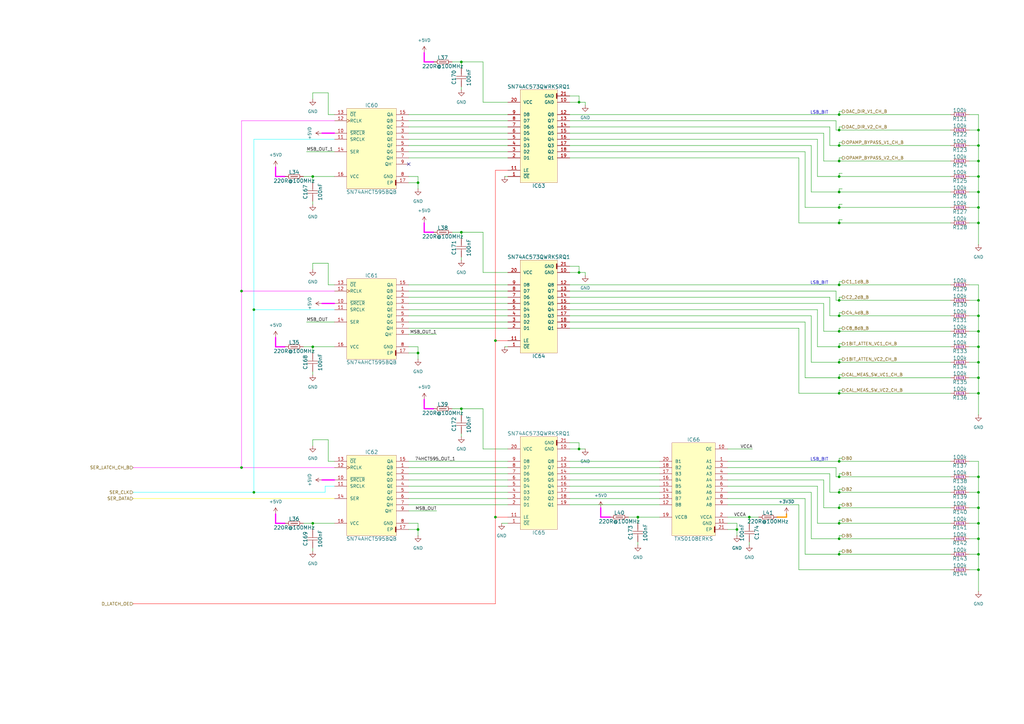
<source format=kicad_sch>
(kicad_sch (version 20250114) (generator "eeschema") (generator_version "9.0")
  (paper "A3")
  (title_block (date "2025-04-16") (company "CERN") (comment 1 "Design by A. Jevtic"))
  (text "LSB_BIT" (at 336.042 46.228 0) (effects (font (size 1.27 1.27))))
  (text "LSB_BIT" (at 336.042 188.468 0) (effects (font (size 1.27 1.27))))
  (text "LSB_BIT" (at 336.042 116.078 0) (effects (font (size 1.27 1.27))))
  (junction (at 344.17 220.98))
  (junction (at 171.45 217.17))
  (junction (at 401.32 129.54))
  (junction (at 344.17 91.44))
  (junction (at 401.32 154.94))
  (junction (at 401.32 66.04))
  (junction (at 344.17 148.59))
  (junction (at 237.49 184.15))
  (junction (at 128.27 142.24))
  (junction (at 344.17 227.33))
  (junction (at 344.17 201.93))
  (junction (at 344.17 135.89))
  (junction (at 344.17 72.39))
  (junction (at 203.2 212.09))
  (junction (at 344.17 46.99))
  (junction (at 344.17 142.24))
  (junction (at 171.45 74.93))
  (junction (at 302.26 217.17))
  (junction (at 401.32 201.93))
  (junction (at 401.32 220.98))
  (junction (at 344.17 189.23))
  (junction (at 237.49 111.76))
  (junction (at 401.32 123.19))
  (junction (at 401.32 208.28))
  (junction (at 344.17 53.34))
  (junction (at 344.17 208.28))
  (junction (at 344.17 85.09))
  (junction (at 401.32 85.09))
  (junction (at 237.49 41.91))
  (junction (at 171.45 144.78))
  (junction (at 261.62 212.09))
  (junction (at 401.32 195.58))
  (junction (at 189.23 95.25))
  (junction (at 344.17 129.54))
  (junction (at 401.32 148.59))
  (junction (at 307.34 212.09))
  (junction (at 104.14 201.93))
  (junction (at 128.27 214.63))
  (junction (at 99.06 191.77))
  (junction (at 401.32 135.89))
  (junction (at 401.32 233.68))
  (junction (at 401.32 59.69))
  (junction (at 203.2 139.7))
  (junction (at 344.17 214.63))
  (junction (at 189.23 167.64))
  (junction (at 99.06 119.38))
  (junction (at 344.17 154.94))
  (junction (at 401.32 227.33))
  (junction (at 344.17 123.19))
  (junction (at 401.32 161.29))
  (junction (at 128.27 72.39))
  (junction (at 401.32 78.74))
  (junction (at 344.17 195.58))
  (junction (at 344.17 78.74))
  (junction (at 344.17 66.04))
  (junction (at 401.32 53.34))
  (junction (at 104.14 127))
  (junction (at 401.32 91.44))
  (junction (at 401.32 214.63))
  (junction (at 401.32 142.24))
  (junction (at 189.23 25.4))
  (junction (at 344.17 59.69))
  (junction (at 344.17 116.84))
  (junction (at 344.17 161.29))
  (junction (at 401.32 72.39))
  (no_connect (at 167.64 67.31))
  (wire (pts (xy 128.27 214.63) (xy 128.27 217.17)))
  (wire (pts (xy 327.66 233.68) (xy 389.89 233.68)))
  (wire (pts (xy 332.74 59.69) (xy 332.74 78.74)))
  (wire (pts (xy 344.17 90.17) (xy 345.44 90.17)))
  (wire (pts (xy 167.64 52.07) (xy 208.28 52.07)))
  (wire (pts (xy 237.49 109.22) (xy 237.49 111.76)))
  (wire (pts (xy 340.36 121.92) (xy 340.36 129.54)))
  (wire (pts (xy 330.2 204.47) (xy 330.2 227.33)))
  (wire (pts (xy 337.82 135.89) (xy 344.17 135.89)))
  (wire (pts (xy 401.32 46.99) (xy 401.32 53.34)))
  (wire (pts (xy 397.51 142.24) (xy 401.32 142.24)))
  (wire (pts (xy 344.17 128.27) (xy 345.44 128.27)))
  (wire (pts (xy 167.64 54.61) (xy 208.28 54.61)))
  (wire (pts (xy 198.12 25.4) (xy 198.12 41.91)))
  (wire (pts (xy 322.58 212.09) (xy 318.77 212.09)) (stroke (width 0.508) (color 255 153 0 1)))
  (wire (pts (xy 233.68 62.23) (xy 330.2 62.23)))
  (wire (pts (xy 340.36 194.31) (xy 340.36 201.93)))
  (wire (pts (xy 189.23 105.41) (xy 189.23 106.68)))
  (wire (pts (xy 344.17 90.17) (xy 344.17 91.44)))
  (wire (pts (xy 344.17 201.93) (xy 389.89 201.93)))
  (wire (pts (xy 233.68 181.61) (xy 237.49 181.61)))
  (wire (pts (xy 397.51 91.44) (xy 401.32 91.44)))
  (wire (pts (xy 332.74 201.93) (xy 332.74 220.98)))
  (wire (pts (xy 401.32 116.84) (xy 401.32 123.19)))
  (wire (pts (xy 171.45 214.63) (xy 171.45 217.17)))
  (wire (pts (xy 240.03 41.91) (xy 240.03 43.18)))
  (wire (pts (xy 233.68 134.62) (xy 327.66 134.62)))
  (wire (pts (xy 332.74 220.98) (xy 344.17 220.98)))
  (wire (pts (xy 344.17 85.09) (xy 389.89 85.09)))
  (wire (pts (xy 167.64 116.84) (xy 208.28 116.84)))
  (wire (pts (xy 401.32 227.33) (xy 401.32 233.68)))
  (wire (pts (xy 344.17 121.92) (xy 344.17 123.19)))
  (wire (pts (xy 233.68 189.23) (xy 270.51 189.23)))
  (wire (pts (xy 401.32 142.24) (xy 401.32 148.59)))
  (wire (pts (xy 171.45 74.93) (xy 171.45 77.47)))
  (wire (pts (xy 54.61 204.47) (xy 137.16 204.47)) (stroke (width 0) (color 255 255 0 1)))
  (wire (pts (xy 298.45 207.01) (xy 327.66 207.01)))
  (wire (pts (xy 128.27 72.39) (xy 137.16 72.39)))
  (wire (pts (xy 233.68 41.91) (xy 237.49 41.91)))
  (wire (pts (xy 207.01 142.24) (xy 208.28 142.24)))
  (wire (pts (xy 340.36 129.54) (xy 344.17 129.54)))
  (wire (pts (xy 298.45 191.77) (xy 342.9 191.77)))
  (wire (pts (xy 128.27 72.39) (xy 128.27 74.93)))
  (wire (pts (xy 298.45 184.15) (xy 308.61 184.15)))
  (wire (pts (xy 344.17 72.39) (xy 389.89 72.39)))
  (wire (pts (xy 344.17 66.04) (xy 389.89 66.04)))
  (wire (pts (xy 397.51 208.28) (xy 401.32 208.28)))
  (wire (pts (xy 335.28 214.63) (xy 344.17 214.63)))
  (wire (pts (xy 240.03 184.15) (xy 237.49 184.15)))
  (wire (pts (xy 345.44 213.36) (xy 344.17 213.36)))
  (wire (pts (xy 344.17 116.84) (xy 389.89 116.84)))
  (wire (pts (xy 173.99 163.83) (xy 173.99 167.64)) (stroke (width 0.508) (color 255 0 255 1)))
  (wire (pts (xy 233.68 194.31) (xy 270.51 194.31)))
  (wire (pts (xy 132.08 124.46) (xy 137.16 124.46)) (stroke (width 0.508) (color 255 0 255 1)))
  (wire (pts (xy 344.17 71.12) (xy 344.17 72.39)))
  (wire (pts (xy 185.42 25.4) (xy 189.23 25.4)))
  (wire (pts (xy 167.64 46.99) (xy 208.28 46.99)))
  (wire (pts (xy 311.15 212.09) (xy 307.34 212.09)))
  (wire (pts (xy 397.51 53.34) (xy 401.32 53.34)))
  (wire (pts (xy 261.62 222.25) (xy 261.62 223.52)))
  (wire (pts (xy 344.17 154.94) (xy 389.89 154.94)))
  (wire (pts (xy 401.32 59.69) (xy 401.32 66.04)))
  (wire (pts (xy 167.64 217.17) (xy 171.45 217.17)))
  (wire (pts (xy 340.36 59.69) (xy 344.17 59.69)))
  (wire (pts (xy 167.64 142.24) (xy 171.45 142.24)))
  (wire (pts (xy 401.32 208.28) (xy 401.32 214.63)))
  (wire (pts (xy 128.27 142.24) (xy 128.27 144.78)))
  (wire (pts (xy 397.51 116.84) (xy 401.32 116.84)))
  (wire (pts (xy 342.9 53.34) (xy 344.17 53.34)))
  (wire (pts (xy 203.2 139.7) (xy 208.28 139.7)) (stroke (width 0) (color 255 0 0 1)))
  (wire (pts (xy 167.64 199.39) (xy 208.28 199.39)))
  (wire (pts (xy 233.68 111.76) (xy 237.49 111.76)))
  (wire (pts (xy 401.32 91.44) (xy 401.32 100.33)))
  (wire (pts (xy 397.51 129.54) (xy 401.32 129.54)))
  (wire (pts (xy 397.51 214.63) (xy 401.32 214.63)))
  (wire (pts (xy 342.9 191.77) (xy 342.9 195.58)))
  (wire (pts (xy 233.68 109.22) (xy 237.49 109.22)))
  (wire (pts (xy 189.23 25.4) (xy 198.12 25.4)))
  (wire (pts (xy 167.64 189.23) (xy 208.28 189.23)))
  (wire (pts (xy 335.28 142.24) (xy 344.17 142.24)))
  (wire (pts (xy 137.16 189.23) (xy 134.62 189.23)))
  (wire (pts (xy 344.17 135.89) (xy 389.89 135.89)))
  (wire (pts (xy 401.32 85.09) (xy 401.32 91.44)))
  (wire (pts (xy 240.03 41.91) (xy 237.49 41.91)))
  (wire (pts (xy 167.64 207.01) (xy 208.28 207.01)))
  (wire (pts (xy 198.12 111.76) (xy 208.28 111.76)))
  (wire (pts (xy 233.68 49.53) (xy 342.9 49.53)))
  (wire (pts (xy 307.34 212.09) (xy 298.45 212.09)))
  (wire (pts (xy 198.12 95.25) (xy 198.12 111.76)))
  (wire (pts (xy 173.99 167.64) (xy 177.8 167.64)) (stroke (width 0.508) (color 255 0 255 1)))
  (wire (pts (xy 327.66 207.01) (xy 327.66 233.68)))
  (wire (pts (xy 335.28 57.15) (xy 335.28 72.39)))
  (wire (pts (xy 344.17 115.57) (xy 344.17 116.84)))
  (wire (pts (xy 344.17 147.32) (xy 344.17 148.59)))
  (wire (pts (xy 401.32 189.23) (xy 401.32 195.58)))
  (wire (pts (xy 345.44 147.32) (xy 344.17 147.32)))
  (wire (pts (xy 327.66 91.44) (xy 344.17 91.44)))
  (wire (pts (xy 173.99 25.4) (xy 177.8 25.4)) (stroke (width 0.508) (color 255 0 255 1)))
  (wire (pts (xy 133.35 201.93) (xy 133.35 199.39)) (stroke (width 0) (color 0 255 255 1)))
  (wire (pts (xy 342.9 123.19) (xy 344.17 123.19)))
  (wire (pts (xy 167.64 72.39) (xy 171.45 72.39)))
  (wire (pts (xy 134.62 116.84) (xy 134.62 107.95)))
  (wire (pts (xy 237.49 181.61) (xy 237.49 184.15)))
  (wire (pts (xy 104.14 57.15) (xy 104.14 127)) (stroke (width 0) (color 0 255 255 1)))
  (wire (pts (xy 340.36 201.93) (xy 344.17 201.93)))
  (wire (pts (xy 128.27 152.4) (xy 128.27 153.67)))
  (wire (pts (xy 207.01 72.39) (xy 208.28 72.39)))
  (wire (pts (xy 397.51 72.39) (xy 401.32 72.39)))
  (wire (pts (xy 401.32 72.39) (xy 401.32 78.74)))
  (wire (pts (xy 167.64 137.16) (xy 179.07 137.16)))
  (wire (pts (xy 298.45 204.47) (xy 330.2 204.47)))
  (wire (pts (xy 167.64 62.23) (xy 208.28 62.23)))
  (wire (pts (xy 337.82 208.28) (xy 344.17 208.28)))
  (wire (pts (xy 233.68 54.61) (xy 337.82 54.61)))
  (wire (pts (xy 332.74 148.59) (xy 344.17 148.59)))
  (wire (pts (xy 171.45 144.78) (xy 171.45 147.32)))
  (wire (pts (xy 344.17 226.06) (xy 344.17 227.33)))
  (wire (pts (xy 330.2 154.94) (xy 344.17 154.94)))
  (wire (pts (xy 397.51 148.59) (xy 401.32 148.59)))
  (wire (pts (xy 137.16 132.08) (xy 125.73 132.08)))
  (wire (pts (xy 344.17 128.27) (xy 344.17 129.54)))
  (wire (pts (xy 233.68 191.77) (xy 270.51 191.77)))
  (wire (pts (xy 233.68 46.99) (xy 344.17 46.99)))
  (wire (pts (xy 189.23 95.25) (xy 198.12 95.25)))
  (wire (pts (xy 298.45 214.63) (xy 302.26 214.63)))
  (wire (pts (xy 233.68 57.15) (xy 335.28 57.15)))
  (wire (pts (xy 344.17 59.69) (xy 389.89 59.69)))
  (wire (pts (xy 167.64 196.85) (xy 208.28 196.85)))
  (wire (pts (xy 137.16 46.99) (xy 134.62 46.99)))
  (wire (pts (xy 344.17 52.07) (xy 345.44 52.07)))
  (wire (pts (xy 344.17 46.99) (xy 389.89 46.99)))
  (wire (pts (xy 240.03 111.76) (xy 237.49 111.76)))
  (wire (pts (xy 335.28 127) (xy 335.28 142.24)))
  (wire (pts (xy 298.45 201.93) (xy 332.74 201.93)))
  (wire (pts (xy 345.44 71.12) (xy 344.17 71.12)))
  (wire (pts (xy 203.2 69.85) (xy 208.28 69.85)) (stroke (width 0) (color 255 0 0 1)))
  (wire (pts (xy 401.32 53.34) (xy 401.32 59.69)))
  (wire (pts (xy 167.64 209.55) (xy 179.07 209.55)))
  (wire (pts (xy 344.17 115.57) (xy 345.44 115.57)))
  (wire (pts (xy 167.64 121.92) (xy 208.28 121.92)))
  (wire (pts (xy 233.68 199.39) (xy 270.51 199.39)))
  (wire (pts (xy 345.44 64.77) (xy 344.17 64.77)))
  (wire (pts (xy 240.03 111.76) (xy 240.03 113.03)))
  (wire (pts (xy 401.32 233.68) (xy 401.32 242.57)))
  (wire (pts (xy 134.62 189.23) (xy 134.62 180.34)))
  (wire (pts (xy 171.45 217.17) (xy 171.45 219.71)))
  (wire (pts (xy 128.27 82.55) (xy 128.27 83.82)))
  (wire (pts (xy 132.08 54.61) (xy 137.16 54.61)) (stroke (width 0.508) (color 255 0 255 1)))
  (wire (pts (xy 344.17 142.24) (xy 389.89 142.24)))
  (wire (pts (xy 332.74 78.74) (xy 344.17 78.74)))
  (wire (pts (xy 246.38 208.28) (xy 246.38 212.09)) (stroke (width 0.508) (color 255 0 255 1)))
  (wire (pts (xy 167.64 127) (xy 208.28 127)))
  (wire (pts (xy 233.68 52.07) (xy 340.36 52.07)))
  (wire (pts (xy 344.17 161.29) (xy 389.89 161.29)))
  (wire (pts (xy 167.64 124.46) (xy 208.28 124.46)))
  (wire (pts (xy 233.68 121.92) (xy 340.36 121.92)))
  (wire (pts (xy 167.64 194.31) (xy 208.28 194.31)))
  (wire (pts (xy 128.27 107.95) (xy 128.27 110.49)))
  (wire (pts (xy 113.03 210.82) (xy 113.03 214.63)) (stroke (width 0.508) (color 255 0 255 1)))
  (wire (pts (xy 167.64 129.54) (xy 208.28 129.54)))
  (wire (pts (xy 401.32 129.54) (xy 401.32 135.89)))
  (wire (pts (xy 298.45 217.17) (xy 302.26 217.17)))
  (wire (pts (xy 233.68 129.54) (xy 332.74 129.54)))
  (wire (pts (xy 133.35 199.39) (xy 137.16 199.39)) (stroke (width 0) (color 0 255 255 1)))
  (wire (pts (xy 128.27 214.63) (xy 137.16 214.63)))
  (wire (pts (xy 298.45 196.85) (xy 337.82 196.85)))
  (wire (pts (xy 344.17 129.54) (xy 389.89 129.54)))
  (wire (pts (xy 173.99 95.25) (xy 177.8 95.25)) (stroke (width 0.508) (color 255 0 255 1)))
  (wire (pts (xy 345.44 45.72) (xy 344.17 45.72)))
  (wire (pts (xy 198.12 41.91) (xy 208.28 41.91)))
  (wire (pts (xy 113.03 72.39) (xy 116.84 72.39)) (stroke (width 0.508) (color 255 0 255 1)))
  (wire (pts (xy 167.64 119.38) (xy 208.28 119.38)))
  (wire (pts (xy 137.16 62.23) (xy 125.73 62.23)))
  (wire (pts (xy 257.81 212.09) (xy 261.62 212.09)))
  (wire (pts (xy 401.32 220.98) (xy 401.32 227.33)))
  (wire (pts (xy 128.27 180.34) (xy 128.27 182.88)))
  (wire (pts (xy 261.62 212.09) (xy 270.51 212.09)))
  (wire (pts (xy 189.23 167.64) (xy 198.12 167.64)))
  (wire (pts (xy 344.17 123.19) (xy 389.89 123.19)))
  (wire (pts (xy 340.36 52.07) (xy 340.36 59.69)))
  (wire (pts (xy 330.2 227.33) (xy 344.17 227.33)))
  (wire (pts (xy 401.32 195.58) (xy 401.32 201.93)))
  (wire (pts (xy 344.17 187.96) (xy 344.17 189.23)))
  (wire (pts (xy 345.44 140.97) (xy 344.17 140.97)))
  (wire (pts (xy 54.61 247.65) (xy 203.2 247.65)) (stroke (width 0) (color 255 0 0 1)))
  (wire (pts (xy 203.2 212.09) (xy 203.2 247.65)) (stroke (width 0) (color 255 0 0 1)))
  (wire (pts (xy 342.9 49.53) (xy 342.9 53.34)))
  (wire (pts (xy 344.17 194.31) (xy 345.44 194.31)))
  (wire (pts (xy 337.82 196.85) (xy 337.82 208.28)))
  (wire (pts (xy 189.23 177.8) (xy 189.23 179.07)))
  (wire (pts (xy 401.32 66.04) (xy 401.32 72.39)))
  (wire (pts (xy 298.45 199.39) (xy 335.28 199.39)))
  (wire (pts (xy 397.51 135.89) (xy 401.32 135.89)))
  (wire (pts (xy 298.45 189.23) (xy 344.17 189.23)))
  (wire (pts (xy 344.17 207.01) (xy 344.17 208.28)))
  (wire (pts (xy 344.17 148.59) (xy 389.89 148.59)))
  (wire (pts (xy 344.17 77.47) (xy 344.17 78.74)))
  (wire (pts (xy 397.51 201.93) (xy 401.32 201.93)))
  (wire (pts (xy 189.23 35.56) (xy 189.23 36.83)))
  (wire (pts (xy 344.17 195.58) (xy 389.89 195.58)))
  (wire (pts (xy 134.62 180.34) (xy 128.27 180.34)))
  (wire (pts (xy 342.9 119.38) (xy 342.9 123.19)))
  (wire (pts (xy 344.17 64.77) (xy 344.17 66.04)))
  (wire (pts (xy 335.28 199.39) (xy 335.28 214.63)))
  (wire (pts (xy 344.17 52.07) (xy 344.17 53.34)))
  (wire (pts (xy 397.51 59.69) (xy 401.32 59.69)))
  (wire (pts (xy 167.64 132.08) (xy 208.28 132.08)))
  (wire (pts (xy 171.45 142.24) (xy 171.45 144.78)))
  (wire (pts (xy 104.14 127) (xy 104.14 201.93)) (stroke (width 0) (color 0 255 255 1)))
  (wire (pts (xy 401.32 214.63) (xy 401.32 220.98)))
  (wire (pts (xy 345.44 58.42) (xy 344.17 58.42)))
  (wire (pts (xy 344.17 220.98) (xy 389.89 220.98)))
  (wire (pts (xy 99.06 119.38) (xy 137.16 119.38)) (stroke (width 0) (color 255 0 255 1)))
  (wire (pts (xy 397.51 220.98) (xy 401.32 220.98)))
  (wire (pts (xy 344.17 58.42) (xy 344.17 59.69)))
  (wire (pts (xy 185.42 167.64) (xy 189.23 167.64)))
  (wire (pts (xy 345.44 160.02) (xy 344.17 160.02)))
  (wire (pts (xy 345.44 77.47) (xy 344.17 77.47)))
  (wire (pts (xy 344.17 45.72) (xy 344.17 46.99)))
  (wire (pts (xy 233.68 64.77) (xy 327.66 64.77)))
  (wire (pts (xy 327.66 161.29) (xy 344.17 161.29)))
  (wire (pts (xy 261.62 212.09) (xy 261.62 214.63)))
  (wire (pts (xy 205.74 214.63) (xy 208.28 214.63)))
  (wire (pts (xy 302.26 214.63) (xy 302.26 217.17)))
  (wire (pts (xy 233.68 204.47) (xy 270.51 204.47)))
  (wire (pts (xy 345.44 219.71) (xy 344.17 219.71)))
  (wire (pts (xy 189.23 95.25) (xy 189.23 97.79)))
  (wire (pts (xy 335.28 72.39) (xy 344.17 72.39)))
  (wire (pts (xy 344.17 219.71) (xy 344.17 220.98)))
  (wire (pts (xy 203.2 69.85) (xy 203.2 139.7)) (stroke (width 0) (color 255 0 0 1)))
  (wire (pts (xy 167.64 144.78) (xy 171.45 144.78)))
  (wire (pts (xy 397.51 46.99) (xy 401.32 46.99)))
  (wire (pts (xy 345.44 207.01) (xy 344.17 207.01)))
  (wire (pts (xy 124.46 72.39) (xy 128.27 72.39)))
  (wire (pts (xy 99.06 49.53) (xy 99.06 119.38)) (stroke (width 0) (color 255 0 255 1)))
  (wire (pts (xy 401.32 161.29) (xy 401.32 170.18)))
  (wire (pts (xy 397.51 189.23) (xy 401.32 189.23)))
  (wire (pts (xy 332.74 129.54) (xy 332.74 148.59)))
  (wire (pts (xy 344.17 153.67) (xy 344.17 154.94)))
  (wire (pts (xy 344.17 227.33) (xy 389.89 227.33)))
  (wire (pts (xy 99.06 191.77) (xy 99.06 119.38)) (stroke (width 0) (color 255 0 255 1)))
  (wire (pts (xy 344.17 160.02) (xy 344.17 161.29)))
  (wire (pts (xy 345.44 83.82) (xy 344.17 83.82)))
  (wire (pts (xy 233.68 39.37) (xy 237.49 39.37)))
  (wire (pts (xy 344.17 194.31) (xy 344.17 195.58)))
  (wire (pts (xy 233.68 116.84) (xy 344.17 116.84)))
  (wire (pts (xy 344.17 213.36) (xy 344.17 214.63)))
  (wire (pts (xy 104.14 127) (xy 137.16 127)) (stroke (width 0) (color 0 255 255 1)))
  (wire (pts (xy 330.2 62.23) (xy 330.2 85.09)))
  (wire (pts (xy 401.32 154.94) (xy 401.32 161.29)))
  (wire (pts (xy 307.34 222.25) (xy 307.34 223.52)))
  (wire (pts (xy 167.64 64.77) (xy 208.28 64.77)))
  (wire (pts (xy 345.44 153.67) (xy 344.17 153.67)))
  (wire (pts (xy 233.68 184.15) (xy 237.49 184.15)))
  (wire (pts (xy 397.51 161.29) (xy 401.32 161.29)))
  (wire (pts (xy 167.64 134.62) (xy 208.28 134.62)))
  (wire (pts (xy 189.23 25.4) (xy 189.23 27.94)))
  (wire (pts (xy 134.62 38.1) (xy 128.27 38.1)))
  (wire (pts (xy 124.46 214.63) (xy 128.27 214.63)))
  (wire (pts (xy 342.9 195.58) (xy 344.17 195.58)))
  (wire (pts (xy 344.17 208.28) (xy 389.89 208.28)))
  (wire (pts (xy 113.03 138.43) (xy 113.03 142.24)) (stroke (width 0.508) (color 255 0 255 1)))
  (wire (pts (xy 233.68 207.01) (xy 270.51 207.01)))
  (wire (pts (xy 397.51 227.33) (xy 401.32 227.33)))
  (wire (pts (xy 401.32 123.19) (xy 401.32 129.54)))
  (wire (pts (xy 344.17 83.82) (xy 344.17 85.09)))
  (wire (pts (xy 233.68 127) (xy 335.28 127)))
  (wire (pts (xy 203.2 139.7) (xy 203.2 212.09)) (stroke (width 0) (color 255 0 0 1)))
  (wire (pts (xy 104.14 201.93) (xy 133.35 201.93)) (stroke (width 0) (color 0 255 255 1)))
  (wire (pts (xy 345.44 200.66) (xy 344.17 200.66)))
  (wire (pts (xy 54.61 191.77) (xy 99.06 191.77)) (stroke (width 0) (color 255 0 255 1)))
  (wire (pts (xy 344.17 134.62) (xy 344.17 135.89)))
  (wire (pts (xy 397.51 233.68) (xy 401.32 233.68)))
  (wire (pts (xy 171.45 72.39) (xy 171.45 74.93)))
  (wire (pts (xy 233.68 201.93) (xy 270.51 201.93)))
  (wire (pts (xy 124.46 142.24) (xy 128.27 142.24)))
  (wire (pts (xy 167.64 74.93) (xy 171.45 74.93)))
  (wire (pts (xy 189.23 167.64) (xy 189.23 170.18)))
  (wire (pts (xy 132.08 196.85) (xy 137.16 196.85)) (stroke (width 0.508) (color 255 0 255 1)))
  (wire (pts (xy 167.64 49.53) (xy 208.28 49.53)))
  (wire (pts (xy 128.27 38.1) (xy 128.27 40.64)))
  (wire (pts (xy 233.68 132.08) (xy 330.2 132.08)))
  (wire (pts (xy 113.03 68.58) (xy 113.03 72.39)) (stroke (width 0.508) (color 255 0 255 1)))
  (wire (pts (xy 327.66 134.62) (xy 327.66 161.29)))
  (wire (pts (xy 397.51 123.19) (xy 401.32 123.19)))
  (wire (pts (xy 233.68 59.69) (xy 332.74 59.69)))
  (wire (pts (xy 344.17 189.23) (xy 389.89 189.23)))
  (wire (pts (xy 344.17 200.66) (xy 344.17 201.93)))
  (wire (pts (xy 104.14 57.15) (xy 137.16 57.15)) (stroke (width 0) (color 0 255 255 1)))
  (wire (pts (xy 330.2 85.09) (xy 344.17 85.09)))
  (wire (pts (xy 345.44 187.96) (xy 344.17 187.96)))
  (wire (pts (xy 233.68 119.38) (xy 342.9 119.38)))
  (wire (pts (xy 337.82 66.04) (xy 344.17 66.04)))
  (wire (pts (xy 397.51 195.58) (xy 401.32 195.58)))
  (wire (pts (xy 137.16 116.84) (xy 134.62 116.84)))
  (wire (pts (xy 401.32 201.93) (xy 401.32 208.28)))
  (wire (pts (xy 167.64 59.69) (xy 208.28 59.69)))
  (wire (pts (xy 344.17 140.97) (xy 344.17 142.24)))
  (wire (pts (xy 330.2 132.08) (xy 330.2 154.94)))
  (wire (pts (xy 198.12 184.15) (xy 208.28 184.15)))
  (wire (pts (xy 246.38 212.09) (xy 250.19 212.09)) (stroke (width 0.508) (color 255 0 255 1)))
  (wire (pts (xy 344.17 78.74) (xy 389.89 78.74)))
  (wire (pts (xy 173.99 91.44) (xy 173.99 95.25)) (stroke (width 0.508) (color 255 0 255 1)))
  (wire (pts (xy 233.68 196.85) (xy 270.51 196.85)))
  (wire (pts (xy 113.03 214.63) (xy 116.84 214.63)) (stroke (width 0.508) (color 255 0 255 1)))
  (wire (pts (xy 401.32 135.89) (xy 401.32 142.24)))
  (wire (pts (xy 345.44 134.62) (xy 344.17 134.62)))
  (wire (pts (xy 203.2 212.09) (xy 208.28 212.09)) (stroke (width 0) (color 255 0 0 1)))
  (wire (pts (xy 401.32 78.74) (xy 401.32 85.09)))
  (wire (pts (xy 128.27 224.79) (xy 128.27 226.06)))
  (wire (pts (xy 344.17 214.63) (xy 389.89 214.63)))
  (wire (pts (xy 397.51 154.94) (xy 401.32 154.94)))
  (wire (pts (xy 345.44 226.06) (xy 344.17 226.06)))
  (wire (pts (xy 134.62 46.99) (xy 134.62 38.1)))
  (wire (pts (xy 54.61 201.93) (xy 104.14 201.93)) (stroke (width 0) (color 0 255 255 1)))
  (wire (pts (xy 198.12 167.64) (xy 198.12 184.15)))
  (wire (pts (xy 167.64 204.47) (xy 208.28 204.47)))
  (wire (pts (xy 237.49 39.37) (xy 237.49 41.91)))
  (wire (pts (xy 401.32 148.59) (xy 401.32 154.94)))
  (wire (pts (xy 185.42 95.25) (xy 189.23 95.25)))
  (wire (pts (xy 167.64 214.63) (xy 171.45 214.63)))
  (wire (pts (xy 344.17 91.44) (xy 389.89 91.44)))
  (wire (pts (xy 307.34 212.09) (xy 307.34 214.63)))
  (wire (pts (xy 167.64 191.77) (xy 208.28 191.77)))
  (wire (pts (xy 113.03 142.24) (xy 116.84 142.24)) (stroke (width 0.508) (color 255 0 255 1)))
  (wire (pts (xy 99.06 191.77) (xy 137.16 191.77)) (stroke (width 0) (color 255 0 255 1)))
  (wire (pts (xy 337.82 124.46) (xy 337.82 135.89)))
  (wire (pts (xy 397.51 78.74) (xy 401.32 78.74)))
  (wire (pts (xy 397.51 85.09) (xy 401.32 85.09)))
  (wire (pts (xy 298.45 194.31) (xy 340.36 194.31)))
  (wire (pts (xy 344.17 53.34) (xy 389.89 53.34)))
  (wire (pts (xy 327.66 64.77) (xy 327.66 91.44)))
  (wire (pts (xy 173.99 21.59) (xy 173.99 25.4)) (stroke (width 0.508) (color 255 0 255 1)))
  (wire (pts (xy 99.06 49.53) (xy 137.16 49.53)) (stroke (width 0) (color 255 0 255 1)))
  (wire (pts (xy 233.68 124.46) (xy 337.82 124.46)))
  (wire (pts (xy 345.44 121.92) (xy 344.17 121.92)))
  (wire (pts (xy 322.58 210.82) (xy 322.58 212.09)) (stroke (width 0.508) (color 255 153 0 1)))
  (wire (pts (xy 128.27 142.24) (xy 137.16 142.24)))
  (wire (pts (xy 302.26 217.17) (xy 302.26 219.71)))
  (wire (pts (xy 167.64 57.15) (xy 208.28 57.15)))
  (wire (pts (xy 134.62 107.95) (xy 128.27 107.95)))
  (wire (pts (xy 167.64 201.93) (xy 208.28 201.93)))
  (wire (pts (xy 397.51 66.04) (xy 401.32 66.04)))
  (wire (pts (xy 337.82 54.61) (xy 337.82 66.04)))
  (label "MSB_OUT_1" (at 179.07 137.16 180))
  (label "VCCA" (at 300.99 212.09 0))
  (label "MSB_OUT_1" (at 125.73 62.23 0))
  (label "VCCA" (at 308.61 184.15 180))
  (label "74HCT595_OUT_1" (at 170.18 189.23 0))
  (label "MSB_OUT" (at 125.73 132.08 0))
  (label "MSB_OUT" (at 179.07 209.55 180))
  (hierarchical_label "B1" (shape output) (at 345.44 194.31 0))
  (hierarchical_label "OPAMP_BYPASS_V2_CH_B" (shape output) (at 345.44 64.77 0))
  (hierarchical_label "C1_1dB_B" (shape output) (at 345.44 115.57 0))
  (hierarchical_label "B4" (shape output) (at 345.44 213.36 0))
  (hierarchical_label "CAL_MEAS_SW_VC2_CH_B" (shape output) (at 345.44 160.02 0))
  (hierarchical_label "B5" (shape output) (at 345.44 219.71 0))
  (hierarchical_label "CAL_MEAS_SW_VC1_CH_B" (shape output) (at 345.44 153.67 0))
  (hierarchical_label "B3" (shape output) (at 345.44 207.01 0))
  (hierarchical_label "D_LATCH_OE" (shape input) (at 54.61 247.65 180))
  (hierarchical_label "OPAMP_BYPASS_V1_CH_B" (shape output) (at 345.44 58.42 0))
  (hierarchical_label "SER_LATCH_CH_B" (shape input) (at 54.61 191.77 180))
  (hierarchical_label "B0" (shape output) (at 345.44 187.96 0))
  (hierarchical_label "1BIT_ATTEN_VC1_CH_B" (shape output) (at 345.44 140.97 0))
  (hierarchical_label "SER_DATA" (shape input) (at 54.61 204.47 180))
  (hierarchical_label "1BIT_ATTEN_VC2_CH_B" (shape output) (at 345.44 147.32 0))
  (hierarchical_label "C2_2dB_B" (shape output) (at 345.44 121.92 0))
  (hierarchical_label "DAC_DIR_V2_CH_B" (shape output) (at 345.44 52.07 0))
  (hierarchical_label "B2" (shape output) (at 345.44 200.66 0))
  (hierarchical_label "C4_4dB_B" (shape output) (at 345.44 128.27 0))
  (hierarchical_label "DAC_DIR_V1_CH_B" (shape output) (at 345.44 45.72 0))
  (hierarchical_label "C8_8dB_B" (shape output) (at 345.44 134.62 0))
  (hierarchical_label "B6" (shape output) (at 345.44 226.06 0))
  (hierarchical_label "SER_CLK" (shape input) (at 54.61 201.93 180))
  (symbol (lib_id "power:GND") (at 171.45 147.32 0) (mirror y) (unit 1)
    (property "Reference" "#PWR0287" (effects (hide yes)))
    (property "Value" "GND" (at 171.45 152.4 0))
    (property "Description" "Power symbol creates a global label with name \"GND\" , ground" (effects (hide yes)))
  )
  (symbol (lib_id "CERN:Resistors SMD/R0402_10K_0.1%_0.063W_25PPM") (at 397.51 85.09 180) (unit 1)
    (property "Reference" "R127" (at 393.7 86.868 0) (effects (font (size 1.524 1.524))))
    (property "Value" "100k" (at 393.7 83.312 0) (effects (font (size 1.524 1.524))))
    (property "Footprint" "Resistors SMD:RESC1005X35N" (effects (hide yes)))
    (property "Datasheet" "${CERN_DATASHEET_DIR}\\R0402_TYCO_CPF.pdf" (effects (hide yes)))
    (property "Description" "Thin Film Precision Resistor" (effects (hide yes)))
    (property "Tolerance" "±0.1%" (at 393.7 85.09 0) (effects (font (size 0.762 0.762))))
    (property "Manufacturer" "GENERIC" (effects (hide yes)))
    (property "Comment" "10k" (effects (hide yes)))
    (property "Component Kind" "Standard" (effects (hide yes)))
    (property "Component Type" "Standard" (effects (hide yes)))
    (property "Pin Count" "2" (effects (hide yes)))
    (property "Status" "Not Recommended" (effects (hide yes)))
    (property "Power" "0.063W" (effects (hide yes)))
    (property "TC" "±25ppm/°C" (effects (hide yes)))
    (property "Part Description" "Thin Film Precision Resistor" (effects (hide yes)))
    (property "Manufacturer Part Number" "R0402_10K_0.1%_0.063W_25PPM" (effects (hide yes)))
    (property "Case" "0402" (effects (hide yes)))
    (property "PressFit" "No" (effects (hide yes)))
    (property "Mounted" "Yes" (effects (hide yes)))
    (property "Sense" "No" (effects (hide yes)))
    (property "Socket" "No" (effects (hide yes)))
    (property "SMD" "Yes" (effects (hide yes)))
    (property "Manufacturer1 Example" "TE CONNECTIVITY" (effects (hide yes)))
    (property "Manufacturer1 Part Number" "CPF0402B10KE" (effects (hide yes)))
    (property "Manufacturer1 ComponentHeight" "0.35mm" (effects (hide yes)))
    (property "HelpURL" "\\\\cern.ch\\dfs\\Applications\\Altium\\Datasheets\\R0402_TYCO_CPF.pdf" (effects (hide yes)))
    (property "Author" "CERN DEM JMW" (effects (hide yes)))
    (property "CreateDate" "2015-09-22 00:00:00 +0000" (effects (hide yes)))
    (property "LatestRevisionDate" "2015-09-22 00:00:00 +0000" (effects (hide yes)))
    (property "LibSymbol" "Resistors:Resistor - 0.1%" (effects (hide yes)))
    (property "LibFootprint" "Resistors SMD:RESC1005X35N" (effects (hide yes)))
    (property "Part Number" "R0402_10K_0.1%_0.063W_25PPM" (effects (hide yes)))
    (property "Database Name" "Resistors" (effects (hide yes)))
    (property "Database Table Name" "Resistors SMD" (effects (hide yes)))
    (property "Part Number Nocolon" "R0402_10K_0.1%_0.063W_25PPM" (effects (hide yes)))
  )
  (symbol (lib_id "CERN:Resistors SMD/R0402_10K_0.1%_0.063W_25PPM") (at 397.51 46.99 180) (unit 1)
    (property "Reference" "R121" (at 393.7 48.768 0) (effects (font (size 1.524 1.524))))
    (property "Value" "100k" (at 393.7 45.212 0) (effects (font (size 1.524 1.524))))
    (property "Footprint" "Resistors SMD:RESC1005X35N" (effects (hide yes)))
    (property "Datasheet" "${CERN_DATASHEET_DIR}\\R0402_TYCO_CPF.pdf" (effects (hide yes)))
    (property "Description" "Thin Film Precision Resistor" (effects (hide yes)))
    (property "Tolerance" "±0.1%" (at 393.7 46.99 0) (effects (font (size 0.762 0.762))))
    (property "Manufacturer" "GENERIC" (effects (hide yes)))
    (property "Comment" "10k" (effects (hide yes)))
    (property "Component Kind" "Standard" (effects (hide yes)))
    (property "Component Type" "Standard" (effects (hide yes)))
    (property "Pin Count" "2" (effects (hide yes)))
    (property "Status" "Not Recommended" (effects (hide yes)))
    (property "Power" "0.063W" (effects (hide yes)))
    (property "TC" "±25ppm/°C" (effects (hide yes)))
    (property "Part Description" "Thin Film Precision Resistor" (effects (hide yes)))
    (property "Manufacturer Part Number" "R0402_10K_0.1%_0.063W_25PPM" (effects (hide yes)))
    (property "Case" "0402" (effects (hide yes)))
    (property "PressFit" "No" (effects (hide yes)))
    (property "Mounted" "Yes" (effects (hide yes)))
    (property "Sense" "No" (effects (hide yes)))
    (property "Socket" "No" (effects (hide yes)))
    (property "SMD" "Yes" (effects (hide yes)))
    (property "Manufacturer1 Example" "TE CONNECTIVITY" (effects (hide yes)))
    (property "Manufacturer1 Part Number" "CPF0402B10KE" (effects (hide yes)))
    (property "Manufacturer1 ComponentHeight" "0.35mm" (effects (hide yes)))
    (property "HelpURL" "\\\\cern.ch\\dfs\\Applications\\Altium\\Datasheets\\R0402_TYCO_CPF.pdf" (effects (hide yes)))
    (property "Author" "CERN DEM JMW" (effects (hide yes)))
    (property "CreateDate" "2015-09-22 00:00:00 +0000" (effects (hide yes)))
    (property "LatestRevisionDate" "2015-09-22 00:00:00 +0000" (effects (hide yes)))
    (property "LibSymbol" "Resistors:Resistor - 0.1%" (effects (hide yes)))
    (property "LibFootprint" "Resistors SMD:RESC1005X35N" (effects (hide yes)))
    (property "Part Number" "R0402_10K_0.1%_0.063W_25PPM" (effects (hide yes)))
    (property "Database Name" "Resistors" (effects (hide yes)))
    (property "Database Table Name" "Resistors SMD" (effects (hide yes)))
    (property "Part Number Nocolon" "R0402_10K_0.1%_0.063W_25PPM" (effects (hide yes)))
  )
  (symbol (lib_id "power:GND") (at 401.32 100.33 0) (unit 1)
    (property "Reference" "#PWR0310" (effects (hide yes)))
    (property "Value" "GND" (at 401.32 105.41 0))
    (property "Description" "Power symbol creates a global label with name \"GND\" , ground" (effects (hide yes)))
  )
  (symbol (lib_id "CERN:Inductors SMD/IND0603_MURATA_BLM18SG221TN1 [alt]") (at 124.46 72.39 0) (mirror y) (unit 1)
    (property "Reference" "L34" (at 120.65 70.612 0) (effects (font (size 1.524 1.524))))
    (property "Value" "220R@100MHz" (at 120.65 74.168 0) (effects (font (size 1.524 1.524))))
    (property "Footprint" "Inductors SMD:INDC1608X95N" (effects (hide yes)))
    (property "Datasheet" "${CERN_DATASHEET_DIR}\\IND0603_MURATA_BLM18S.pdf" (effects (hide yes)))
    (property "Description" "SMD EMIFIL Suppression Chip Ferrite Bead" (effects (hide yes)))
    (property "Manufacturer" "MURATA" (effects (hide yes)))
    (property "Comment" "220R@100MHz" (effects (hide yes)))
    (property "Component Kind" "Standard" (effects (hide yes)))
    (property "Component Type" "Standard" (effects (hide yes)))
    (property "Pin Count" "2" (effects (hide yes)))
    (property "Power" "2.5A" (effects (hide yes)))
    (property "Resistance" "0.04R" (effects (hide yes)))
    (property "Tolerance" "±25%" (effects (hide yes)))
    (property "Part Description" "SMD EMIFIL Suppression Chip Ferrite Bead" (effects (hide yes)))
    (property "Manufacturer Part Number" "BLM18SG221TN1" (effects (hide yes)))
    (property "Case" "0603" (effects (hide yes)))
    (property "Mounted" "Yes" (effects (hide yes)))
    (property "Socket" "No" (effects (hide yes)))
    (property "SMD" "Yes" (effects (hide yes)))
    (property "Sense" "No" (effects (hide yes)))
    (property "ComponentHeight" "0.95mm" (effects (hide yes)))
    (property "HelpURL" "\\\\cern.ch\\dfs\\Applications\\Altium\\Datasheets\\IND0603_MURATA_BLM18S.pdf" (effects (hide yes)))
    (property "Author" "CERN DEM MR" (effects (hide yes)))
    (property "CreateDate" "2016-01-08 00:00:00 +0000" (effects (hide yes)))
    (property "LatestRevisionDate" "2018-10-25 00:00:00 +0000" (effects (hide yes)))
    (property "LibSymbol" "Inductors & Transformers:Ferrite Bead [alt]" (effects (hide yes)))
    (property "LibFootprint" "Inductors SMD:INDC1608X95N" (effects (hide yes)))
    (property "Part Number" "IND0603_MURATA_BLM18SG221TN1" (effects (hide yes)))
    (property "Database Name" "Inductors & Transformers" (effects (hide yes)))
    (property "Database Table Name" "Inductors SMD" (effects (hide yes)))
    (property "Part Number Nocolon" "IND0603_MURATA_BLM18SG221TN1 [alt]" (effects (hide yes)))
  )
  (symbol (lib_id "power:GND") (at 302.26 219.71 0) (mirror y) (unit 1)
    (property "Reference" "#PWR0293" (effects (hide yes)))
    (property "Value" "GND" (at 302.26 224.79 0))
    (property "Description" "Power symbol creates a global label with name \"GND\" , ground" (effects (hide yes)))
  )
  (symbol (lib_id "power:+5VA") (at 132.08 124.46 90) (unit 1)
    (property "Reference" "#PWR01715" (effects (hide yes)))
    (property "Value" "+5VD" (at 127 124.46 0))
    (property "Description" "Power symbol creates a global label with name \"+5VA\"" (effects (hide yes)))
  )
  (symbol (lib_id "power:GND") (at 240.03 184.15 0) (mirror y) (unit 1)
    (property "Reference" "#PWR0309" (effects (hide yes)))
    (property "Value" "GND" (at 240.03 189.23 0))
    (property "Description" "Power symbol creates a global label with name \"GND\" , ground" (effects (hide yes)))
  )
  (symbol (lib_id "CERN:Capacitors SMD/CC0402_100NF_25V_10%_X7R_YUDEN_TMK105B7104KVHF") (at 189.23 35.56 90) (unit 1)
    (property "Reference" "C170" (at 186.182 31.75 0) (effects (font (size 1.524 1.524))))
    (property "Value" "100nF" (at 192.278 31.75 0) (effects (font (size 1.524 1.524))))
    (property "Footprint" "Capacitors SMD:CAPC1005X55N" (effects (hide yes)))
    (property "Datasheet" "${CERN_DATASHEET_DIR}\\CC0402_TAIYO-YUDEN_TMK105B7104KVHF.pdf" (effects (hide yes)))
    (property "Description" "SMD Multilayer Chip Ceramic Capacitor (High Dielectric Type) for Automotive / Industrial Applications" (effects (hide yes)))
    (property "Manufacturer" "TAIYO YUDEN" (effects (hide yes)))
    (property "Comment" "100nF" (effects (hide yes)))
    (property "Component Kind" "Standard" (effects (hide yes)))
    (property "Component Type" "Standard" (effects (hide yes)))
    (property "Pin Count" "2" (effects (hide yes)))
    (property "Status" "Not Recommended" (effects (hide yes)))
    (property "Voltage" "25V" (effects (hide yes)))
    (property "TC" "X7R" (effects (hide yes)))
    (property "Tolerance" "±10%" (effects (hide yes)))
    (property "Part Description" "SMD Multilayer Chip Ceramic Capacitor (High Dielectric Type) for Automotive / Industrial Applications" (effects (hide yes)))
    (property "Manufacturer Part Number" "TMK105B7104KVHF" (effects (hide yes)))
    (property "Case" "0402" (effects (hide yes)))
    (property "Mounted" "Yes" (effects (hide yes)))
    (property "Socket" "No" (effects (hide yes)))
    (property "SMD" "Yes" (effects (hide yes)))
    (property "Sense" "No" (effects (hide yes)))
    (property "ComponentHeight" "0.55mm" (effects (hide yes)))
    (property "HelpURL" "\\\\cern.ch\\dfs\\Applications\\Altium\\Datasheets\\CC0402_TAIYO-YUDEN_TMK105B7104KVHF.pdf" (effects (hide yes)))
    (property "Author" "CERN DEM JLC" (effects (hide yes)))
    (property "CreateDate" "2017-05-10 00:00:00 +0000" (effects (hide yes)))
    (property "LatestRevisionDate" "2017-05-10 00:00:00 +0000" (effects (hide yes)))
    (property "LibSymbol" "Capacitors:Capacitor - non polarized" (effects (hide yes)))
    (property "LibFootprint" "Capacitors SMD:CAPC1005X55N" (effects (hide yes)))
    (property "Part Number" "CC0402_100NF_25V_10%_X7R_YUDEN_TMK105B7104KVHF" (effects (hide yes)))
    (property "Database Name" "Capacitors" (effects (hide yes)))
    (property "Database Table Name" "Capacitors SMD" (effects (hide yes)))
    (property "Part Number Nocolon" "CC0402_100NF_25V_10%_X7R_YUDEN_TMK105B7104KVHF" (effects (hide yes)))
  )
  (symbol (lib_id "power:GND") (at 240.03 113.03 0) (mirror y) (unit 1)
    (property "Reference" "#PWR0308" (effects (hide yes)))
    (property "Value" "GND" (at 240.03 118.11 0))
    (property "Description" "Power symbol creates a global label with name \"GND\" , ground" (effects (hide yes)))
  )
  (symbol (lib_id "CERN:Capacitors SMD/CC0402_100NF_25V_10%_X7R_YUDEN_TMK105B7104KVHF") (at 128.27 224.79 90) (unit 1)
    (property "Reference" "C169" (at 125.222 220.98 0) (effects (font (size 1.524 1.524))))
    (property "Value" "100nF" (at 131.318 220.98 0) (effects (font (size 1.524 1.524))))
    (property "Footprint" "Capacitors SMD:CAPC1005X55N" (effects (hide yes)))
    (property "Datasheet" "${CERN_DATASHEET_DIR}\\CC0402_TAIYO-YUDEN_TMK105B7104KVHF.pdf" (effects (hide yes)))
    (property "Description" "SMD Multilayer Chip Ceramic Capacitor (High Dielectric Type) for Automotive / Industrial Applications" (effects (hide yes)))
    (property "Manufacturer" "TAIYO YUDEN" (effects (hide yes)))
    (property "Comment" "100nF" (effects (hide yes)))
    (property "Component Kind" "Standard" (effects (hide yes)))
    (property "Component Type" "Standard" (effects (hide yes)))
    (property "Pin Count" "2" (effects (hide yes)))
    (property "Status" "Not Recommended" (effects (hide yes)))
    (property "Voltage" "25V" (effects (hide yes)))
    (property "TC" "X7R" (effects (hide yes)))
    (property "Tolerance" "±10%" (effects (hide yes)))
    (property "Part Description" "SMD Multilayer Chip Ceramic Capacitor (High Dielectric Type) for Automotive / Industrial Applications" (effects (hide yes)))
    (property "Manufacturer Part Number" "TMK105B7104KVHF" (effects (hide yes)))
    (property "Case" "0402" (effects (hide yes)))
    (property "Mounted" "Yes" (effects (hide yes)))
    (property "Socket" "No" (effects (hide yes)))
    (property "SMD" "Yes" (effects (hide yes)))
    (property "Sense" "No" (effects (hide yes)))
    (property "ComponentHeight" "0.55mm" (effects (hide yes)))
    (property "HelpURL" "\\\\cern.ch\\dfs\\Applications\\Altium\\Datasheets\\CC0402_TAIYO-YUDEN_TMK105B7104KVHF.pdf" (effects (hide yes)))
    (property "Author" "CERN DEM JLC" (effects (hide yes)))
    (property "CreateDate" "2017-05-10 00:00:00 +0000" (effects (hide yes)))
    (property "LatestRevisionDate" "2017-05-10 00:00:00 +0000" (effects (hide yes)))
    (property "LibSymbol" "Capacitors:Capacitor - non polarized" (effects (hide yes)))
    (property "LibFootprint" "Capacitors SMD:CAPC1005X55N" (effects (hide yes)))
    (property "Part Number" "CC0402_100NF_25V_10%_X7R_YUDEN_TMK105B7104KVHF" (effects (hide yes)))
    (property "Database Name" "Capacitors" (effects (hide yes)))
    (property "Database Table Name" "Capacitors SMD" (effects (hide yes)))
    (property "Part Number Nocolon" "CC0402_100NF_25V_10%_X7R_YUDEN_TMK105B7104KVHF" (effects (hide yes)))
  )
  (symbol (lib_id "CERN:Standard Logic/SN74AC573QWRKSRQ1") (at 213.36 144.78 0) (mirror x) (unit 1)
    (property "Reference" "IC64" (at 220.98 146.05 0) (effects (font (size 1.524 1.524))))
    (property "Value" "${DEVICE}" (at 220.98 105.41 0) (effects (font (size 1.524 1.524))))
    (property "Footprint" "ICs And Semiconductors SMD:TEXAS_RKS0020B" (effects (hide yes)))
    (property "Datasheet" "${CERN_DATASHEET_DIR}\\SN74AC573-Q1.pdf" (effects (hide yes)))
    (property "Description" "Automotive Octal Transparent D-Type Latches with 3-State Outputs" (effects (hide yes)))
    (property "Manufacturer" "TEXAS INSTRUMENTS" (effects (hide yes)))
    (property "Comment" "SN74AC573QWRKSRQ1" (effects (hide yes)))
    (property "Component Kind" "Standard" (effects (hide yes)))
    (property "Component Type" "Standard" (effects (hide yes)))
    (property "Device" "SN74AC573QWRKSRQ1" (effects (hide yes)))
    (property "PackageDescription" "QFN, TEXAS Case Style RKS, 0.50mm Pitch, Rect.; 20 Pin, 2.50mm L X 4.50mm W X 1.00mm H body (w/Thermal Tab 1.1mm X 3.1mm)" (effects (hide yes)))
    (property "Part Description" "Automotive Octal Transparent D-Type Latches with 3-State Outputs" (effects (hide yes)))
    (property "Manufacturer Part Number" "SN74AC573QWRKSRQ1" (effects (hide yes)))
    (property "Pin Count" "20" (effects (hide yes)))
    (property "Case" "TQFN20" (effects (hide yes)))
    (property "Mounted" "Yes" (effects (hide yes)))
    (property "Socket" "No" (effects (hide yes)))
    (property "SMD" "Yes" (effects (hide yes)))
    (property "PressFit" "No" (effects (hide yes)))
    (property "Sense" "No" (effects (hide yes)))
    (property "Bonding" "No" (effects (hide yes)))
    (property "ComponentHeight" "1.0mm" (effects (hide yes)))
    (property "Author" "CERN DEM HF" (effects (hide yes)))
    (property "HelpURL" "\\\\cern.ch\\dfs\\Applications\\Altium\\Datasheets\\SN74AC573-Q1.pdf" (effects (hide yes)))
    (property "CreateDate" "2025-05-16 00:00:00 +0000" (effects (hide yes)))
    (property "LatestRevisionDate" "2025-05-16 00:00:00 +0000" (effects (hide yes)))
    (property "LibSymbol" "Standard Logic:74573_b" (effects (hide yes)))
    (property "LibFootprint" "ICs And Semiconductors SMD:TEXAS_RKS0020B" (effects (hide yes)))
    (property "Part Number" "SN74AC573QWRKSRQ1" (effects (hide yes)))
    (property "Database Name" "ICs And Semiconductors_Backup" (effects (hide yes)))
    (property "Database Table Name" "Standard Logic" (effects (hide yes)))
    (property "Part Number Nocolon" "SN74AC573QWRKSRQ1" (effects (hide yes)))
  )
  (symbol (lib_id "CERN:Resistors SMD/R0402_10K_0.1%_0.063W_25PPM") (at 397.51 142.24 180) (unit 1)
    (property "Reference" "R133" (at 393.7 144.018 0) (effects (font (size 1.524 1.524))))
    (property "Value" "100k" (at 393.7 140.462 0) (effects (font (size 1.524 1.524))))
    (property "Footprint" "Resistors SMD:RESC1005X35N" (effects (hide yes)))
    (property "Datasheet" "${CERN_DATASHEET_DIR}\\R0402_TYCO_CPF.pdf" (effects (hide yes)))
    (property "Description" "Thin Film Precision Resistor" (effects (hide yes)))
    (property "Tolerance" "±0.1%" (at 393.7 142.24 0) (effects (font (size 0.762 0.762))))
    (property "Manufacturer" "GENERIC" (effects (hide yes)))
    (property "Comment" "10k" (effects (hide yes)))
    (property "Component Kind" "Standard" (effects (hide yes)))
    (property "Component Type" "Standard" (effects (hide yes)))
    (property "Pin Count" "2" (effects (hide yes)))
    (property "Status" "Not Recommended" (effects (hide yes)))
    (property "Power" "0.063W" (effects (hide yes)))
    (property "TC" "±25ppm/°C" (effects (hide yes)))
    (property "Part Description" "Thin Film Precision Resistor" (effects (hide yes)))
    (property "Manufacturer Part Number" "R0402_10K_0.1%_0.063W_25PPM" (effects (hide yes)))
    (property "Case" "0402" (effects (hide yes)))
    (property "PressFit" "No" (effects (hide yes)))
    (property "Mounted" "Yes" (effects (hide yes)))
    (property "Sense" "No" (effects (hide yes)))
    (property "Socket" "No" (effects (hide yes)))
    (property "SMD" "Yes" (effects (hide yes)))
    (property "Manufacturer1 Example" "TE CONNECTIVITY" (effects (hide yes)))
    (property "Manufacturer1 Part Number" "CPF0402B10KE" (effects (hide yes)))
    (property "Manufacturer1 ComponentHeight" "0.35mm" (effects (hide yes)))
    (property "HelpURL" "\\\\cern.ch\\dfs\\Applications\\Altium\\Datasheets\\R0402_TYCO_CPF.pdf" (effects (hide yes)))
    (property "Author" "CERN DEM JMW" (effects (hide yes)))
    (property "CreateDate" "2015-09-22 00:00:00 +0000" (effects (hide yes)))
    (property "LatestRevisionDate" "2015-09-22 00:00:00 +0000" (effects (hide yes)))
    (property "LibSymbol" "Resistors:Resistor - 0.1%" (effects (hide yes)))
    (property "LibFootprint" "Resistors SMD:RESC1005X35N" (effects (hide yes)))
    (property "Part Number" "R0402_10K_0.1%_0.063W_25PPM" (effects (hide yes)))
    (property "Database Name" "Resistors" (effects (hide yes)))
    (property "Database Table Name" "Resistors SMD" (effects (hide yes)))
    (property "Part Number Nocolon" "R0402_10K_0.1%_0.063W_25PPM" (effects (hide yes)))
  )
  (symbol (lib_id "CERN:Resistors SMD/R0402_10K_0.1%_0.063W_25PPM") (at 397.51 59.69 180) (unit 1)
    (property "Reference" "R123" (at 393.7 61.468 0) (effects (font (size 1.524 1.524))))
    (property "Value" "100k" (at 393.7 57.912 0) (effects (font (size 1.524 1.524))))
    (property "Footprint" "Resistors SMD:RESC1005X35N" (effects (hide yes)))
    (property "Datasheet" "${CERN_DATASHEET_DIR}\\R0402_TYCO_CPF.pdf" (effects (hide yes)))
    (property "Description" "Thin Film Precision Resistor" (effects (hide yes)))
    (property "Tolerance" "±0.1%" (at 393.7 59.69 0) (effects (font (size 0.762 0.762))))
    (property "Manufacturer" "GENERIC" (effects (hide yes)))
    (property "Comment" "10k" (effects (hide yes)))
    (property "Component Kind" "Standard" (effects (hide yes)))
    (property "Component Type" "Standard" (effects (hide yes)))
    (property "Pin Count" "2" (effects (hide yes)))
    (property "Status" "Not Recommended" (effects (hide yes)))
    (property "Power" "0.063W" (effects (hide yes)))
    (property "TC" "±25ppm/°C" (effects (hide yes)))
    (property "Part Description" "Thin Film Precision Resistor" (effects (hide yes)))
    (property "Manufacturer Part Number" "R0402_10K_0.1%_0.063W_25PPM" (effects (hide yes)))
    (property "Case" "0402" (effects (hide yes)))
    (property "PressFit" "No" (effects (hide yes)))
    (property "Mounted" "Yes" (effects (hide yes)))
    (property "Sense" "No" (effects (hide yes)))
    (property "Socket" "No" (effects (hide yes)))
    (property "SMD" "Yes" (effects (hide yes)))
    (property "Manufacturer1 Example" "TE CONNECTIVITY" (effects (hide yes)))
    (property "Manufacturer1 Part Number" "CPF0402B10KE" (effects (hide yes)))
    (property "Manufacturer1 ComponentHeight" "0.35mm" (effects (hide yes)))
    (property "HelpURL" "\\\\cern.ch\\dfs\\Applications\\Altium\\Datasheets\\R0402_TYCO_CPF.pdf" (effects (hide yes)))
    (property "Author" "CERN DEM JMW" (effects (hide yes)))
    (property "CreateDate" "2015-09-22 00:00:00 +0000" (effects (hide yes)))
    (property "LatestRevisionDate" "2015-09-22 00:00:00 +0000" (effects (hide yes)))
    (property "LibSymbol" "Resistors:Resistor - 0.1%" (effects (hide yes)))
    (property "LibFootprint" "Resistors SMD:RESC1005X35N" (effects (hide yes)))
    (property "Part Number" "R0402_10K_0.1%_0.063W_25PPM" (effects (hide yes)))
    (property "Database Name" "Resistors" (effects (hide yes)))
    (property "Database Table Name" "Resistors SMD" (effects (hide yes)))
    (property "Part Number Nocolon" "R0402_10K_0.1%_0.063W_25PPM" (effects (hide yes)))
  )
  (symbol (lib_id "CERN:Resistors SMD/R0402_10K_0.1%_0.063W_25PPM") (at 397.51 123.19 180) (unit 1)
    (property "Reference" "R130" (at 393.7 124.968 0) (effects (font (size 1.524 1.524))))
    (property "Value" "100k" (at 393.7 121.412 0) (effects (font (size 1.524 1.524))))
    (property "Footprint" "Resistors SMD:RESC1005X35N" (effects (hide yes)))
    (property "Datasheet" "${CERN_DATASHEET_DIR}\\R0402_TYCO_CPF.pdf" (effects (hide yes)))
    (property "Description" "Thin Film Precision Resistor" (effects (hide yes)))
    (property "Tolerance" "±0.1%" (at 393.7 123.19 0) (effects (font (size 0.762 0.762))))
    (property "Manufacturer" "GENERIC" (effects (hide yes)))
    (property "Comment" "10k" (effects (hide yes)))
    (property "Component Kind" "Standard" (effects (hide yes)))
    (property "Component Type" "Standard" (effects (hide yes)))
    (property "Pin Count" "2" (effects (hide yes)))
    (property "Status" "Not Recommended" (effects (hide yes)))
    (property "Power" "0.063W" (effects (hide yes)))
    (property "TC" "±25ppm/°C" (effects (hide yes)))
    (property "Part Description" "Thin Film Precision Resistor" (effects (hide yes)))
    (property "Manufacturer Part Number" "R0402_10K_0.1%_0.063W_25PPM" (effects (hide yes)))
    (property "Case" "0402" (effects (hide yes)))
    (property "PressFit" "No" (effects (hide yes)))
    (property "Mounted" "Yes" (effects (hide yes)))
    (property "Sense" "No" (effects (hide yes)))
    (property "Socket" "No" (effects (hide yes)))
    (property "SMD" "Yes" (effects (hide yes)))
    (property "Manufacturer1 Example" "TE CONNECTIVITY" (effects (hide yes)))
    (property "Manufacturer1 Part Number" "CPF0402B10KE" (effects (hide yes)))
    (property "Manufacturer1 ComponentHeight" "0.35mm" (effects (hide yes)))
    (property "HelpURL" "\\\\cern.ch\\dfs\\Applications\\Altium\\Datasheets\\R0402_TYCO_CPF.pdf" (effects (hide yes)))
    (property "Author" "CERN DEM JMW" (effects (hide yes)))
    (property "CreateDate" "2015-09-22 00:00:00 +0000" (effects (hide yes)))
    (property "LatestRevisionDate" "2015-09-22 00:00:00 +0000" (effects (hide yes)))
    (property "LibSymbol" "Resistors:Resistor - 0.1%" (effects (hide yes)))
    (property "LibFootprint" "Resistors SMD:RESC1005X35N" (effects (hide yes)))
    (property "Part Number" "R0402_10K_0.1%_0.063W_25PPM" (effects (hide yes)))
    (property "Database Name" "Resistors" (effects (hide yes)))
    (property "Database Table Name" "Resistors SMD" (effects (hide yes)))
    (property "Part Number Nocolon" "R0402_10K_0.1%_0.063W_25PPM" (effects (hide yes)))
  )
  (symbol (lib_id "CERN:Resistors SMD/R0402_10K_0.1%_0.063W_25PPM") (at 397.51 220.98 180) (unit 1)
    (property "Reference" "R142" (at 393.7 222.758 0) (effects (font (size 1.524 1.524))))
    (property "Value" "100k" (at 393.7 219.202 0) (effects (font (size 1.524 1.524))))
    (property "Footprint" "Resistors SMD:RESC1005X35N" (effects (hide yes)))
    (property "Datasheet" "${CERN_DATASHEET_DIR}\\R0402_TYCO_CPF.pdf" (effects (hide yes)))
    (property "Description" "Thin Film Precision Resistor" (effects (hide yes)))
    (property "Tolerance" "±0.1%" (at 393.7 220.98 0) (effects (font (size 0.762 0.762))))
    (property "Manufacturer" "GENERIC" (effects (hide yes)))
    (property "Comment" "10k" (effects (hide yes)))
    (property "Component Kind" "Standard" (effects (hide yes)))
    (property "Component Type" "Standard" (effects (hide yes)))
    (property "Pin Count" "2" (effects (hide yes)))
    (property "Status" "Not Recommended" (effects (hide yes)))
    (property "Power" "0.063W" (effects (hide yes)))
    (property "TC" "±25ppm/°C" (effects (hide yes)))
    (property "Part Description" "Thin Film Precision Resistor" (effects (hide yes)))
    (property "Manufacturer Part Number" "R0402_10K_0.1%_0.063W_25PPM" (effects (hide yes)))
    (property "Case" "0402" (effects (hide yes)))
    (property "PressFit" "No" (effects (hide yes)))
    (property "Mounted" "Yes" (effects (hide yes)))
    (property "Sense" "No" (effects (hide yes)))
    (property "Socket" "No" (effects (hide yes)))
    (property "SMD" "Yes" (effects (hide yes)))
    (property "Manufacturer1 Example" "TE CONNECTIVITY" (effects (hide yes)))
    (property "Manufacturer1 Part Number" "CPF0402B10KE" (effects (hide yes)))
    (property "Manufacturer1 ComponentHeight" "0.35mm" (effects (hide yes)))
    (property "HelpURL" "\\\\cern.ch\\dfs\\Applications\\Altium\\Datasheets\\R0402_TYCO_CPF.pdf" (effects (hide yes)))
    (property "Author" "CERN DEM JMW" (effects (hide yes)))
    (property "CreateDate" "2015-09-22 00:00:00 +0000" (effects (hide yes)))
    (property "LatestRevisionDate" "2015-09-22 00:00:00 +0000" (effects (hide yes)))
    (property "LibSymbol" "Resistors:Resistor - 0.1%" (effects (hide yes)))
    (property "LibFootprint" "Resistors SMD:RESC1005X35N" (effects (hide yes)))
    (property "Part Number" "R0402_10K_0.1%_0.063W_25PPM" (effects (hide yes)))
    (property "Database Name" "Resistors" (effects (hide yes)))
    (property "Database Table Name" "Resistors SMD" (effects (hide yes)))
    (property "Part Number Nocolon" "R0402_10K_0.1%_0.063W_25PPM" (effects (hide yes)))
  )
  (symbol (lib_id "CERN:Inductors SMD/IND0603_MURATA_BLM18SG221TN1 [alt]") (at 185.42 25.4 0) (mirror y) (unit 1)
    (property "Reference" "L37" (at 181.61 23.622 0) (effects (font (size 1.524 1.524))))
    (property "Value" "220R@100MHz" (at 181.61 27.178 0) (effects (font (size 1.524 1.524))))
    (property "Footprint" "Inductors SMD:INDC1608X95N" (effects (hide yes)))
    (property "Datasheet" "${CERN_DATASHEET_DIR}\\IND0603_MURATA_BLM18S.pdf" (effects (hide yes)))
    (property "Description" "SMD EMIFIL Suppression Chip Ferrite Bead" (effects (hide yes)))
    (property "Manufacturer" "MURATA" (effects (hide yes)))
    (property "Comment" "220R@100MHz" (effects (hide yes)))
    (property "Component Kind" "Standard" (effects (hide yes)))
    (property "Component Type" "Standard" (effects (hide yes)))
    (property "Pin Count" "2" (effects (hide yes)))
    (property "Power" "2.5A" (effects (hide yes)))
    (property "Resistance" "0.04R" (effects (hide yes)))
    (property "Tolerance" "±25%" (effects (hide yes)))
    (property "Part Description" "SMD EMIFIL Suppression Chip Ferrite Bead" (effects (hide yes)))
    (property "Manufacturer Part Number" "BLM18SG221TN1" (effects (hide yes)))
    (property "Case" "0603" (effects (hide yes)))
    (property "Mounted" "Yes" (effects (hide yes)))
    (property "Socket" "No" (effects (hide yes)))
    (property "SMD" "Yes" (effects (hide yes)))
    (property "Sense" "No" (effects (hide yes)))
    (property "ComponentHeight" "0.95mm" (effects (hide yes)))
    (property "HelpURL" "\\\\cern.ch\\dfs\\Applications\\Altium\\Datasheets\\IND0603_MURATA_BLM18S.pdf" (effects (hide yes)))
    (property "Author" "CERN DEM MR" (effects (hide yes)))
    (property "CreateDate" "2016-01-08 00:00:00 +0000" (effects (hide yes)))
    (property "LatestRevisionDate" "2018-10-25 00:00:00 +0000" (effects (hide yes)))
    (property "LibSymbol" "Inductors & Transformers:Ferrite Bead [alt]" (effects (hide yes)))
    (property "LibFootprint" "Inductors SMD:INDC1608X95N" (effects (hide yes)))
    (property "Part Number" "IND0603_MURATA_BLM18SG221TN1" (effects (hide yes)))
    (property "Database Name" "Inductors & Transformers" (effects (hide yes)))
    (property "Database Table Name" "Inductors SMD" (effects (hide yes)))
    (property "Part Number Nocolon" "IND0603_MURATA_BLM18SG221TN1 [alt]" (effects (hide yes)))
  )
  (symbol (lib_id "power:+5VA") (at 322.58 210.82 0) (unit 1)
    (property "Reference" "#PWR01728" (effects (hide yes)))
    (property "Value" "+3V3D" (at 322.58 205.74 0))
    (property "Description" "Power symbol creates a global label with name \"+5VA\"" (effects (hide yes)))
  )
  (symbol (lib_id "power:GND") (at 401.32 242.57 0) (unit 1)
    (property "Reference" "#PWR0312" (effects (hide yes)))
    (property "Value" "GND" (at 401.32 247.65 0))
    (property "Description" "Power symbol creates a global label with name \"GND\" , ground" (effects (hide yes)))
  )
  (symbol (lib_id "CERN:Resistors SMD/R0402_10K_0.1%_0.063W_25PPM") (at 397.51 154.94 180) (unit 1)
    (property "Reference" "R135" (at 393.7 156.718 0) (effects (font (size 1.524 1.524))))
    (property "Value" "100k" (at 393.7 153.162 0) (effects (font (size 1.524 1.524))))
    (property "Footprint" "Resistors SMD:RESC1005X35N" (effects (hide yes)))
    (property "Datasheet" "${CERN_DATASHEET_DIR}\\R0402_TYCO_CPF.pdf" (effects (hide yes)))
    (property "Description" "Thin Film Precision Resistor" (effects (hide yes)))
    (property "Tolerance" "±0.1%" (at 393.7 154.94 0) (effects (font (size 0.762 0.762))))
    (property "Manufacturer" "GENERIC" (effects (hide yes)))
    (property "Comment" "10k" (effects (hide yes)))
    (property "Component Kind" "Standard" (effects (hide yes)))
    (property "Component Type" "Standard" (effects (hide yes)))
    (property "Pin Count" "2" (effects (hide yes)))
    (property "Status" "Not Recommended" (effects (hide yes)))
    (property "Power" "0.063W" (effects (hide yes)))
    (property "TC" "±25ppm/°C" (effects (hide yes)))
    (property "Part Description" "Thin Film Precision Resistor" (effects (hide yes)))
    (property "Manufacturer Part Number" "R0402_10K_0.1%_0.063W_25PPM" (effects (hide yes)))
    (property "Case" "0402" (effects (hide yes)))
    (property "PressFit" "No" (effects (hide yes)))
    (property "Mounted" "Yes" (effects (hide yes)))
    (property "Sense" "No" (effects (hide yes)))
    (property "Socket" "No" (effects (hide yes)))
    (property "SMD" "Yes" (effects (hide yes)))
    (property "Manufacturer1 Example" "TE CONNECTIVITY" (effects (hide yes)))
    (property "Manufacturer1 Part Number" "CPF0402B10KE" (effects (hide yes)))
    (property "Manufacturer1 ComponentHeight" "0.35mm" (effects (hide yes)))
    (property "HelpURL" "\\\\cern.ch\\dfs\\Applications\\Altium\\Datasheets\\R0402_TYCO_CPF.pdf" (effects (hide yes)))
    (property "Author" "CERN DEM JMW" (effects (hide yes)))
    (property "CreateDate" "2015-09-22 00:00:00 +0000" (effects (hide yes)))
    (property "LatestRevisionDate" "2015-09-22 00:00:00 +0000" (effects (hide yes)))
    (property "LibSymbol" "Resistors:Resistor - 0.1%" (effects (hide yes)))
    (property "LibFootprint" "Resistors SMD:RESC1005X35N" (effects (hide yes)))
    (property "Part Number" "R0402_10K_0.1%_0.063W_25PPM" (effects (hide yes)))
    (property "Database Name" "Resistors" (effects (hide yes)))
    (property "Database Table Name" "Resistors SMD" (effects (hide yes)))
    (property "Part Number Nocolon" "R0402_10K_0.1%_0.063W_25PPM" (effects (hide yes)))
  )
  (symbol (lib_id "CERN:Inductors SMD/IND0603_MURATA_BLM18SG221TN1 [alt]") (at 185.42 95.25 0) (mirror y) (unit 1)
    (property "Reference" "L38" (at 181.61 93.472 0) (effects (font (size 1.524 1.524))))
    (property "Value" "220R@100MHz" (at 181.61 97.028 0) (effects (font (size 1.524 1.524))))
    (property "Footprint" "Inductors SMD:INDC1608X95N" (effects (hide yes)))
    (property "Datasheet" "${CERN_DATASHEET_DIR}\\IND0603_MURATA_BLM18S.pdf" (effects (hide yes)))
    (property "Description" "SMD EMIFIL Suppression Chip Ferrite Bead" (effects (hide yes)))
    (property "Manufacturer" "MURATA" (effects (hide yes)))
    (property "Comment" "220R@100MHz" (effects (hide yes)))
    (property "Component Kind" "Standard" (effects (hide yes)))
    (property "Component Type" "Standard" (effects (hide yes)))
    (property "Pin Count" "2" (effects (hide yes)))
    (property "Power" "2.5A" (effects (hide yes)))
    (property "Resistance" "0.04R" (effects (hide yes)))
    (property "Tolerance" "±25%" (effects (hide yes)))
    (property "Part Description" "SMD EMIFIL Suppression Chip Ferrite Bead" (effects (hide yes)))
    (property "Manufacturer Part Number" "BLM18SG221TN1" (effects (hide yes)))
    (property "Case" "0603" (effects (hide yes)))
    (property "Mounted" "Yes" (effects (hide yes)))
    (property "Socket" "No" (effects (hide yes)))
    (property "SMD" "Yes" (effects (hide yes)))
    (property "Sense" "No" (effects (hide yes)))
    (property "ComponentHeight" "0.95mm" (effects (hide yes)))
    (property "HelpURL" "\\\\cern.ch\\dfs\\Applications\\Altium\\Datasheets\\IND0603_MURATA_BLM18S.pdf" (effects (hide yes)))
    (property "Author" "CERN DEM MR" (effects (hide yes)))
    (property "CreateDate" "2016-01-08 00:00:00 +0000" (effects (hide yes)))
    (property "LatestRevisionDate" "2018-10-25 00:00:00 +0000" (effects (hide yes)))
    (property "LibSymbol" "Inductors & Transformers:Ferrite Bead [alt]" (effects (hide yes)))
    (property "LibFootprint" "Inductors SMD:INDC1608X95N" (effects (hide yes)))
    (property "Part Number" "IND0603_MURATA_BLM18SG221TN1" (effects (hide yes)))
    (property "Database Name" "Inductors & Transformers" (effects (hide yes)))
    (property "Database Table Name" "Inductors SMD" (effects (hide yes)))
    (property "Part Number Nocolon" "IND0603_MURATA_BLM18SG221TN1 [alt]" (effects (hide yes)))
  )
  (symbol (lib_id "CERN:Resistors SMD/R0402_10K_0.1%_0.063W_25PPM") (at 397.51 129.54 180) (unit 1)
    (property "Reference" "R131" (at 393.7 131.318 0) (effects (font (size 1.524 1.524))))
    (property "Value" "100k" (at 393.7 127.762 0) (effects (font (size 1.524 1.524))))
    (property "Footprint" "Resistors SMD:RESC1005X35N" (effects (hide yes)))
    (property "Datasheet" "${CERN_DATASHEET_DIR}\\R0402_TYCO_CPF.pdf" (effects (hide yes)))
    (property "Description" "Thin Film Precision Resistor" (effects (hide yes)))
    (property "Tolerance" "±0.1%" (at 393.7 129.54 0) (effects (font (size 0.762 0.762))))
    (property "Manufacturer" "GENERIC" (effects (hide yes)))
    (property "Comment" "10k" (effects (hide yes)))
    (property "Component Kind" "Standard" (effects (hide yes)))
    (property "Component Type" "Standard" (effects (hide yes)))
    (property "Pin Count" "2" (effects (hide yes)))
    (property "Status" "Not Recommended" (effects (hide yes)))
    (property "Power" "0.063W" (effects (hide yes)))
    (property "TC" "±25ppm/°C" (effects (hide yes)))
    (property "Part Description" "Thin Film Precision Resistor" (effects (hide yes)))
    (property "Manufacturer Part Number" "R0402_10K_0.1%_0.063W_25PPM" (effects (hide yes)))
    (property "Case" "0402" (effects (hide yes)))
    (property "PressFit" "No" (effects (hide yes)))
    (property "Mounted" "Yes" (effects (hide yes)))
    (property "Sense" "No" (effects (hide yes)))
    (property "Socket" "No" (effects (hide yes)))
    (property "SMD" "Yes" (effects (hide yes)))
    (property "Manufacturer1 Example" "TE CONNECTIVITY" (effects (hide yes)))
    (property "Manufacturer1 Part Number" "CPF0402B10KE" (effects (hide yes)))
    (property "Manufacturer1 ComponentHeight" "0.35mm" (effects (hide yes)))
    (property "HelpURL" "\\\\cern.ch\\dfs\\Applications\\Altium\\Datasheets\\R0402_TYCO_CPF.pdf" (effects (hide yes)))
    (property "Author" "CERN DEM JMW" (effects (hide yes)))
    (property "CreateDate" "2015-09-22 00:00:00 +0000" (effects (hide yes)))
    (property "LatestRevisionDate" "2015-09-22 00:00:00 +0000" (effects (hide yes)))
    (property "LibSymbol" "Resistors:Resistor - 0.1%" (effects (hide yes)))
    (property "LibFootprint" "Resistors SMD:RESC1005X35N" (effects (hide yes)))
    (property "Part Number" "R0402_10K_0.1%_0.063W_25PPM" (effects (hide yes)))
    (property "Database Name" "Resistors" (effects (hide yes)))
    (property "Database Table Name" "Resistors SMD" (effects (hide yes)))
    (property "Part Number Nocolon" "R0402_10K_0.1%_0.063W_25PPM" (effects (hide yes)))
  )
  (symbol (lib_id "CERN:Analog & Interface/TXS0108ERKS") (at 293.37 181.61 0) (mirror y) (unit 1)
    (property "Reference" "IC66" (at 284.48 180.34 0) (effects (font (size 1.524 1.524))))
    (property "Value" "${DEVICE}" (at 284.48 220.98 0) (effects (font (size 1.524 1.524))))
    (property "Footprint" "ICs And Semiconductors SMD:TEXAS_RKS0020A" (effects (hide yes)))
    (property "Datasheet" "${CERN_DATASHEET_DIR}\\TXS0108EPW.pdf" (effects (hide yes)))
    (property "Description" "8-Bit Bidirectional, Level-Shifting, Voltage Translator for Open-Drain and Push-Pull Applications" (effects (hide yes)))
    (property "Manufacturer" "TEXAS INSTRUMENTS" (effects (hide yes)))
    (property "Comment" "TXS0108ERKS" (effects (hide yes)))
    (property "Component Kind" "Standard" (effects (hide yes)))
    (property "Component Type" "Standard" (effects (hide yes)))
    (property "Device" "TXS0108ERKS" (effects (hide yes)))
    (property "PackageDescription" "QFN, TEXAS Case Style RKS, 0.50mm Pitch, Rect.; 20 Pin, 2.50mm L X 4.50mm W X 1.00mm H body (w/Thermal Tab 1.1mm X 3.1mm)" (effects (hide yes)))
    (property "Part Description" "8-Bit Bidirectional, Level-Shifting, Voltage Translator for Open-Drain and Push-Pull Applications" (effects (hide yes)))
    (property "Manufacturer Part Number" "TXS0108ERKS" (effects (hide yes)))
    (property "Pin Count" "21" (effects (hide yes)))
    (property "Case" "TQFN20" (effects (hide yes)))
    (property "Mounted" "Yes" (effects (hide yes)))
    (property "Socket" "No" (effects (hide yes)))
    (property "SMD" "Yes" (effects (hide yes)))
    (property "PressFit" "No" (effects (hide yes)))
    (property "Sense" "No" (effects (hide yes)))
    (property "Bonding" "No" (effects (hide yes)))
    (property "ComponentHeight" "1mm" (effects (hide yes)))
    (property "Author" "CERN DEM HF" (effects (hide yes)))
    (property "HelpURL" "\\\\cern.ch\\dfs\\Applications\\Altium\\Datasheets\\TXS0108EPW.pdf" (effects (hide yes)))
    (property "CreateDate" "2025-05-16 00:00:00 +0000" (effects (hide yes)))
    (property "LatestRevisionDate" "2025-05-16 00:00:00 +0000" (effects (hide yes)))
    (property "LibSymbol" "Analog & Interface:TXS0108E_a" (effects (hide yes)))
    (property "LibFootprint" "ICs And Semiconductors SMD:TEXAS_RKS0020A" (effects (hide yes)))
    (property "Part Number" "TXS0108ERKS" (effects (hide yes)))
    (property "Database Name" "ICs And Semiconductors_Backup" (effects (hide yes)))
    (property "Database Table Name" "Analog & Interface" (effects (hide yes)))
    (property "Part Number Nocolon" "TXS0108ERKS" (effects (hide yes)))
  )
  (symbol (lib_id "power:+5VA") (at 246.38 208.28 0) (unit 1)
    (property "Reference" "#PWR01726" (effects (hide yes)))
    (property "Value" "+5VD" (at 246.38 203.2 0))
    (property "Description" "Power symbol creates a global label with name \"+5VA\"" (effects (hide yes)))
  )
  (symbol (lib_id "CERN:Resistors SMD/R0402_10K_0.1%_0.063W_25PPM") (at 397.51 161.29 180) (unit 1)
    (property "Reference" "R136" (at 393.7 163.068 0) (effects (font (size 1.524 1.524))))
    (property "Value" "100k" (at 393.7 159.512 0) (effects (font (size 1.524 1.524))))
    (property "Footprint" "Resistors SMD:RESC1005X35N" (effects (hide yes)))
    (property "Datasheet" "${CERN_DATASHEET_DIR}\\R0402_TYCO_CPF.pdf" (effects (hide yes)))
    (property "Description" "Thin Film Precision Resistor" (effects (hide yes)))
    (property "Tolerance" "±0.1%" (at 393.7 161.29 0) (effects (font (size 0.762 0.762))))
    (property "Manufacturer" "GENERIC" (effects (hide yes)))
    (property "Comment" "10k" (effects (hide yes)))
    (property "Component Kind" "Standard" (effects (hide yes)))
    (property "Component Type" "Standard" (effects (hide yes)))
    (property "Pin Count" "2" (effects (hide yes)))
    (property "Status" "Not Recommended" (effects (hide yes)))
    (property "Power" "0.063W" (effects (hide yes)))
    (property "TC" "±25ppm/°C" (effects (hide yes)))
    (property "Part Description" "Thin Film Precision Resistor" (effects (hide yes)))
    (property "Manufacturer Part Number" "R0402_10K_0.1%_0.063W_25PPM" (effects (hide yes)))
    (property "Case" "0402" (effects (hide yes)))
    (property "PressFit" "No" (effects (hide yes)))
    (property "Mounted" "Yes" (effects (hide yes)))
    (property "Sense" "No" (effects (hide yes)))
    (property "Socket" "No" (effects (hide yes)))
    (property "SMD" "Yes" (effects (hide yes)))
    (property "Manufacturer1 Example" "TE CONNECTIVITY" (effects (hide yes)))
    (property "Manufacturer1 Part Number" "CPF0402B10KE" (effects (hide yes)))
    (property "Manufacturer1 ComponentHeight" "0.35mm" (effects (hide yes)))
    (property "HelpURL" "\\\\cern.ch\\dfs\\Applications\\Altium\\Datasheets\\R0402_TYCO_CPF.pdf" (effects (hide yes)))
    (property "Author" "CERN DEM JMW" (effects (hide yes)))
    (property "CreateDate" "2015-09-22 00:00:00 +0000" (effects (hide yes)))
    (property "LatestRevisionDate" "2015-09-22 00:00:00 +0000" (effects (hide yes)))
    (property "LibSymbol" "Resistors:Resistor - 0.1%" (effects (hide yes)))
    (property "LibFootprint" "Resistors SMD:RESC1005X35N" (effects (hide yes)))
    (property "Part Number" "R0402_10K_0.1%_0.063W_25PPM" (effects (hide yes)))
    (property "Database Name" "Resistors" (effects (hide yes)))
    (property "Database Table Name" "Resistors SMD" (effects (hide yes)))
    (property "Part Number Nocolon" "R0402_10K_0.1%_0.063W_25PPM" (effects (hide yes)))
  )
  (symbol (lib_id "CERN:Resistors SMD/R0402_10K_0.1%_0.063W_25PPM") (at 397.51 91.44 180) (unit 1)
    (property "Reference" "R128" (at 393.7 93.218 0) (effects (font (size 1.524 1.524))))
    (property "Value" "100k" (at 393.7 89.662 0) (effects (font (size 1.524 1.524))))
    (property "Footprint" "Resistors SMD:RESC1005X35N" (effects (hide yes)))
    (property "Datasheet" "${CERN_DATASHEET_DIR}\\R0402_TYCO_CPF.pdf" (effects (hide yes)))
    (property "Description" "Thin Film Precision Resistor" (effects (hide yes)))
    (property "Tolerance" "±0.1%" (at 393.7 91.44 0) (effects (font (size 0.762 0.762))))
    (property "Manufacturer" "GENERIC" (effects (hide yes)))
    (property "Comment" "10k" (effects (hide yes)))
    (property "Component Kind" "Standard" (effects (hide yes)))
    (property "Component Type" "Standard" (effects (hide yes)))
    (property "Pin Count" "2" (effects (hide yes)))
    (property "Status" "Not Recommended" (effects (hide yes)))
    (property "Power" "0.063W" (effects (hide yes)))
    (property "TC" "±25ppm/°C" (effects (hide yes)))
    (property "Part Description" "Thin Film Precision Resistor" (effects (hide yes)))
    (property "Manufacturer Part Number" "R0402_10K_0.1%_0.063W_25PPM" (effects (hide yes)))
    (property "Case" "0402" (effects (hide yes)))
    (property "PressFit" "No" (effects (hide yes)))
    (property "Mounted" "Yes" (effects (hide yes)))
    (property "Sense" "No" (effects (hide yes)))
    (property "Socket" "No" (effects (hide yes)))
    (property "SMD" "Yes" (effects (hide yes)))
    (property "Manufacturer1 Example" "TE CONNECTIVITY" (effects (hide yes)))
    (property "Manufacturer1 Part Number" "CPF0402B10KE" (effects (hide yes)))
    (property "Manufacturer1 ComponentHeight" "0.35mm" (effects (hide yes)))
    (property "HelpURL" "\\\\cern.ch\\dfs\\Applications\\Altium\\Datasheets\\R0402_TYCO_CPF.pdf" (effects (hide yes)))
    (property "Author" "CERN DEM JMW" (effects (hide yes)))
    (property "CreateDate" "2015-09-22 00:00:00 +0000" (effects (hide yes)))
    (property "LatestRevisionDate" "2015-09-22 00:00:00 +0000" (effects (hide yes)))
    (property "LibSymbol" "Resistors:Resistor - 0.1%" (effects (hide yes)))
    (property "LibFootprint" "Resistors SMD:RESC1005X35N" (effects (hide yes)))
    (property "Part Number" "R0402_10K_0.1%_0.063W_25PPM" (effects (hide yes)))
    (property "Database Name" "Resistors" (effects (hide yes)))
    (property "Database Table Name" "Resistors SMD" (effects (hide yes)))
    (property "Part Number Nocolon" "R0402_10K_0.1%_0.063W_25PPM" (effects (hide yes)))
  )
  (symbol (lib_id "CERN:Resistors SMD/R0402_10K_0.1%_0.063W_25PPM") (at 397.51 227.33 180) (unit 1)
    (property "Reference" "R143" (at 393.7 229.108 0) (effects (font (size 1.524 1.524))))
    (property "Value" "100k" (at 393.7 225.552 0) (effects (font (size 1.524 1.524))))
    (property "Footprint" "Resistors SMD:RESC1005X35N" (effects (hide yes)))
    (property "Datasheet" "${CERN_DATASHEET_DIR}\\R0402_TYCO_CPF.pdf" (effects (hide yes)))
    (property "Description" "Thin Film Precision Resistor" (effects (hide yes)))
    (property "Tolerance" "±0.1%" (at 393.7 227.33 0) (effects (font (size 0.762 0.762))))
    (property "Manufacturer" "GENERIC" (effects (hide yes)))
    (property "Comment" "10k" (effects (hide yes)))
    (property "Component Kind" "Standard" (effects (hide yes)))
    (property "Component Type" "Standard" (effects (hide yes)))
    (property "Pin Count" "2" (effects (hide yes)))
    (property "Status" "Not Recommended" (effects (hide yes)))
    (property "Power" "0.063W" (effects (hide yes)))
    (property "TC" "±25ppm/°C" (effects (hide yes)))
    (property "Part Description" "Thin Film Precision Resistor" (effects (hide yes)))
    (property "Manufacturer Part Number" "R0402_10K_0.1%_0.063W_25PPM" (effects (hide yes)))
    (property "Case" "0402" (effects (hide yes)))
    (property "PressFit" "No" (effects (hide yes)))
    (property "Mounted" "Yes" (effects (hide yes)))
    (property "Sense" "No" (effects (hide yes)))
    (property "Socket" "No" (effects (hide yes)))
    (property "SMD" "Yes" (effects (hide yes)))
    (property "Manufacturer1 Example" "TE CONNECTIVITY" (effects (hide yes)))
    (property "Manufacturer1 Part Number" "CPF0402B10KE" (effects (hide yes)))
    (property "Manufacturer1 ComponentHeight" "0.35mm" (effects (hide yes)))
    (property "HelpURL" "\\\\cern.ch\\dfs\\Applications\\Altium\\Datasheets\\R0402_TYCO_CPF.pdf" (effects (hide yes)))
    (property "Author" "CERN DEM JMW" (effects (hide yes)))
    (property "CreateDate" "2015-09-22 00:00:00 +0000" (effects (hide yes)))
    (property "LatestRevisionDate" "2015-09-22 00:00:00 +0000" (effects (hide yes)))
    (property "LibSymbol" "Resistors:Resistor - 0.1%" (effects (hide yes)))
    (property "LibFootprint" "Resistors SMD:RESC1005X35N" (effects (hide yes)))
    (property "Part Number" "R0402_10K_0.1%_0.063W_25PPM" (effects (hide yes)))
    (property "Database Name" "Resistors" (effects (hide yes)))
    (property "Database Table Name" "Resistors SMD" (effects (hide yes)))
    (property "Part Number Nocolon" "R0402_10K_0.1%_0.063W_25PPM" (effects (hide yes)))
  )
  (symbol (lib_id "CERN:Resistors SMD/R0402_10K_0.1%_0.063W_25PPM") (at 397.51 148.59 180) (unit 1)
    (property "Reference" "R134" (at 393.7 150.368 0) (effects (font (size 1.524 1.524))))
    (property "Value" "100k" (at 393.7 146.812 0) (effects (font (size 1.524 1.524))))
    (property "Footprint" "Resistors SMD:RESC1005X35N" (effects (hide yes)))
    (property "Datasheet" "${CERN_DATASHEET_DIR}\\R0402_TYCO_CPF.pdf" (effects (hide yes)))
    (property "Description" "Thin Film Precision Resistor" (effects (hide yes)))
    (property "Tolerance" "±0.1%" (at 393.7 148.59 0) (effects (font (size 0.762 0.762))))
    (property "Manufacturer" "GENERIC" (effects (hide yes)))
    (property "Comment" "10k" (effects (hide yes)))
    (property "Component Kind" "Standard" (effects (hide yes)))
    (property "Component Type" "Standard" (effects (hide yes)))
    (property "Pin Count" "2" (effects (hide yes)))
    (property "Status" "Not Recommended" (effects (hide yes)))
    (property "Power" "0.063W" (effects (hide yes)))
    (property "TC" "±25ppm/°C" (effects (hide yes)))
    (property "Part Description" "Thin Film Precision Resistor" (effects (hide yes)))
    (property "Manufacturer Part Number" "R0402_10K_0.1%_0.063W_25PPM" (effects (hide yes)))
    (property "Case" "0402" (effects (hide yes)))
    (property "PressFit" "No" (effects (hide yes)))
    (property "Mounted" "Yes" (effects (hide yes)))
    (property "Sense" "No" (effects (hide yes)))
    (property "Socket" "No" (effects (hide yes)))
    (property "SMD" "Yes" (effects (hide yes)))
    (property "Manufacturer1 Example" "TE CONNECTIVITY" (effects (hide yes)))
    (property "Manufacturer1 Part Number" "CPF0402B10KE" (effects (hide yes)))
    (property "Manufacturer1 ComponentHeight" "0.35mm" (effects (hide yes)))
    (property "HelpURL" "\\\\cern.ch\\dfs\\Applications\\Altium\\Datasheets\\R0402_TYCO_CPF.pdf" (effects (hide yes)))
    (property "Author" "CERN DEM JMW" (effects (hide yes)))
    (property "CreateDate" "2015-09-22 00:00:00 +0000" (effects (hide yes)))
    (property "LatestRevisionDate" "2015-09-22 00:00:00 +0000" (effects (hide yes)))
    (property "LibSymbol" "Resistors:Resistor - 0.1%" (effects (hide yes)))
    (property "LibFootprint" "Resistors SMD:RESC1005X35N" (effects (hide yes)))
    (property "Part Number" "R0402_10K_0.1%_0.063W_25PPM" (effects (hide yes)))
    (property "Database Name" "Resistors" (effects (hide yes)))
    (property "Database Table Name" "Resistors SMD" (effects (hide yes)))
    (property "Part Number Nocolon" "R0402_10K_0.1%_0.063W_25PPM" (effects (hide yes)))
  )
  (symbol (lib_id "CERN:Resistors SMD/R0402_10K_0.1%_0.063W_25PPM") (at 397.51 116.84 180) (unit 1)
    (property "Reference" "R129" (at 393.7 118.618 0) (effects (font (size 1.524 1.524))))
    (property "Value" "100k" (at 393.7 115.062 0) (effects (font (size 1.524 1.524))))
    (property "Footprint" "Resistors SMD:RESC1005X35N" (effects (hide yes)))
    (property "Datasheet" "${CERN_DATASHEET_DIR}\\R0402_TYCO_CPF.pdf" (effects (hide yes)))
    (property "Description" "Thin Film Precision Resistor" (effects (hide yes)))
    (property "Tolerance" "±0.1%" (at 393.7 116.84 0) (effects (font (size 0.762 0.762))))
    (property "Manufacturer" "GENERIC" (effects (hide yes)))
    (property "Comment" "10k" (effects (hide yes)))
    (property "Component Kind" "Standard" (effects (hide yes)))
    (property "Component Type" "Standard" (effects (hide yes)))
    (property "Pin Count" "2" (effects (hide yes)))
    (property "Status" "Not Recommended" (effects (hide yes)))
    (property "Power" "0.063W" (effects (hide yes)))
    (property "TC" "±25ppm/°C" (effects (hide yes)))
    (property "Part Description" "Thin Film Precision Resistor" (effects (hide yes)))
    (property "Manufacturer Part Number" "R0402_10K_0.1%_0.063W_25PPM" (effects (hide yes)))
    (property "Case" "0402" (effects (hide yes)))
    (property "PressFit" "No" (effects (hide yes)))
    (property "Mounted" "Yes" (effects (hide yes)))
    (property "Sense" "No" (effects (hide yes)))
    (property "Socket" "No" (effects (hide yes)))
    (property "SMD" "Yes" (effects (hide yes)))
    (property "Manufacturer1 Example" "TE CONNECTIVITY" (effects (hide yes)))
    (property "Manufacturer1 Part Number" "CPF0402B10KE" (effects (hide yes)))
    (property "Manufacturer1 ComponentHeight" "0.35mm" (effects (hide yes)))
    (property "HelpURL" "\\\\cern.ch\\dfs\\Applications\\Altium\\Datasheets\\R0402_TYCO_CPF.pdf" (effects (hide yes)))
    (property "Author" "CERN DEM JMW" (effects (hide yes)))
    (property "CreateDate" "2015-09-22 00:00:00 +0000" (effects (hide yes)))
    (property "LatestRevisionDate" "2015-09-22 00:00:00 +0000" (effects (hide yes)))
    (property "LibSymbol" "Resistors:Resistor - 0.1%" (effects (hide yes)))
    (property "LibFootprint" "Resistors SMD:RESC1005X35N" (effects (hide yes)))
    (property "Part Number" "R0402_10K_0.1%_0.063W_25PPM" (effects (hide yes)))
    (property "Database Name" "Resistors" (effects (hide yes)))
    (property "Database Table Name" "Resistors SMD" (effects (hide yes)))
    (property "Part Number Nocolon" "R0402_10K_0.1%_0.063W_25PPM" (effects (hide yes)))
  )
  (symbol (lib_id "power:+5VA") (at 132.08 54.61 90) (unit 1)
    (property "Reference" "#PWR01705" (effects (hide yes)))
    (property "Value" "+5VD" (at 127 54.61 0))
    (property "Description" "Power symbol creates a global label with name \"+5VA\"" (effects (hide yes)))
  )
  (symbol (lib_id "CERN:Standard Logic/SN74AC573QWRKSRQ1") (at 213.36 74.93 0) (mirror x) (unit 1)
    (property "Reference" "IC63" (at 220.98 76.2 0) (effects (font (size 1.524 1.524))))
    (property "Value" "${DEVICE}" (at 220.98 35.56 0) (effects (font (size 1.524 1.524))))
    (property "Footprint" "ICs And Semiconductors SMD:TEXAS_RKS0020B" (effects (hide yes)))
    (property "Datasheet" "${CERN_DATASHEET_DIR}\\SN74AC573-Q1.pdf" (effects (hide yes)))
    (property "Description" "Automotive Octal Transparent D-Type Latches with 3-State Outputs" (effects (hide yes)))
    (property "Manufacturer" "TEXAS INSTRUMENTS" (effects (hide yes)))
    (property "Comment" "SN74AC573QWRKSRQ1" (effects (hide yes)))
    (property "Component Kind" "Standard" (effects (hide yes)))
    (property "Component Type" "Standard" (effects (hide yes)))
    (property "Device" "SN74AC573QWRKSRQ1" (effects (hide yes)))
    (property "PackageDescription" "QFN, TEXAS Case Style RKS, 0.50mm Pitch, Rect.; 20 Pin, 2.50mm L X 4.50mm W X 1.00mm H body (w/Thermal Tab 1.1mm X 3.1mm)" (effects (hide yes)))
    (property "Part Description" "Automotive Octal Transparent D-Type Latches with 3-State Outputs" (effects (hide yes)))
    (property "Manufacturer Part Number" "SN74AC573QWRKSRQ1" (effects (hide yes)))
    (property "Pin Count" "20" (effects (hide yes)))
    (property "Case" "TQFN20" (effects (hide yes)))
    (property "Mounted" "Yes" (effects (hide yes)))
    (property "Socket" "No" (effects (hide yes)))
    (property "SMD" "Yes" (effects (hide yes)))
    (property "PressFit" "No" (effects (hide yes)))
    (property "Sense" "No" (effects (hide yes)))
    (property "Bonding" "No" (effects (hide yes)))
    (property "ComponentHeight" "1.0mm" (effects (hide yes)))
    (property "Author" "CERN DEM HF" (effects (hide yes)))
    (property "HelpURL" "\\\\cern.ch\\dfs\\Applications\\Altium\\Datasheets\\SN74AC573-Q1.pdf" (effects (hide yes)))
    (property "CreateDate" "2025-05-16 00:00:00 +0000" (effects (hide yes)))
    (property "LatestRevisionDate" "2025-05-16 00:00:00 +0000" (effects (hide yes)))
    (property "LibSymbol" "Standard Logic:74573_b" (effects (hide yes)))
    (property "LibFootprint" "ICs And Semiconductors SMD:TEXAS_RKS0020B" (effects (hide yes)))
    (property "Part Number" "SN74AC573QWRKSRQ1" (effects (hide yes)))
    (property "Database Name" "ICs And Semiconductors_Backup" (effects (hide yes)))
    (property "Database Table Name" "Standard Logic" (effects (hide yes)))
    (property "Part Number Nocolon" "SN74AC573QWRKSRQ1" (effects (hide yes)))
  )
  (symbol (lib_id "power:GND") (at 189.23 179.07 0) (mirror y) (unit 1)
    (property "Reference" "#PWR0290" (effects (hide yes)))
    (property "Value" "GND" (at 189.23 184.15 0))
    (property "Description" "Power symbol creates a global label with name \"GND\" , ground" (effects (hide yes)))
  )
  (symbol (lib_id "power:GND") (at 189.23 36.83 0) (mirror y) (unit 1)
    (property "Reference" "#PWR0295" (effects (hide yes)))
    (property "Value" "GND" (at 189.23 41.91 0))
    (property "Description" "Power symbol creates a global label with name \"GND\" , ground" (effects (hide yes)))
  )
  (symbol (lib_id "CERN:Standard Logic/SN74AHCT595BQB") (at 142.24 114.3 0) (unit 1)
    (property "Reference" "IC61" (at 152.4 113.03 0) (effects (font (size 1.524 1.524))))
    (property "Value" "${DEVICE}" (at 152.4 148.59 0) (effects (font (size 1.524 1.524))))
    (property "Footprint" "ICs And Semiconductors SMD:QFN50P250X350X80-17N-R110X210" (effects (hide yes)))
    (property "Datasheet" "${CERN_DATASHEET_DIR}\\SN74AHCT595.pdf" (effects (hide yes)))
    (property "Description" "8-Bit Shift Register with 3-State Output Registers" (effects (hide yes)))
    (property "Manufacturer" "TEXAS INSTRUMENTS" (effects (hide yes)))
    (property "Comment" "SN74AHCT595BQB" (effects (hide yes)))
    (property "Component Kind" "Standard" (effects (hide yes)))
    (property "Component Type" "Standard" (effects (hide yes)))
    (property "Device" "SN74AHCT595BQB" (effects (hide yes)))
    (property "PackageDescription" "QFN, 0.50mm Pitch, Rect.; 16 Pin, 2.50mm L X 3.50mm W X 0.80mm H Body (w/Thermal Tab 1.10 X 2.10mm),  IPC Medium Density" (effects (hide yes)))
    (property "Part Description" "8-Bit Shift Register with 3-State Output Registers" (effects (hide yes)))
    (property "Manufacturer Part Number" "SN74AHCT595BQB" (effects (hide yes)))
    (property "Pin Count" "16" (effects (hide yes)))
    (property "Case" "WQFN16" (effects (hide yes)))
    (property "Mounted" "Yes" (effects (hide yes)))
    (property "Socket" "No" (effects (hide yes)))
    (property "SMD" "Yes" (effects (hide yes)))
    (property "PressFit" "No" (effects (hide yes)))
    (property "Sense" "No" (effects (hide yes)))
    (property "Bonding" "No" (effects (hide yes)))
    (property "ComponentHeight" "1.2mm" (effects (hide yes)))
    (property "Author" "CERN DEM HF" (effects (hide yes)))
    (property "HelpURL" "\\\\cern.ch\\dfs\\Applications\\Altium\\Datasheets\\SN74AHCT595.pdf" (effects (hide yes)))
    (property "CreateDate" "2025-05-15 00:00:00 +0000" (effects (hide yes)))
    (property "LatestRevisionDate" "2025-05-15 00:00:00 +0000" (effects (hide yes)))
    (property "LibSymbol" "Standard Logic:74595_a" (effects (hide yes)))
    (property "LibFootprint" "ICs And Semiconductors SMD:QFN50P250X350X80-17N-R110X210" (effects (hide yes)))
    (property "Part Number" "SN74AHCT595BQB" (effects (hide yes)))
    (property "Database Name" "ICs And Semiconductors_Backup" (effects (hide yes)))
    (property "Database Table Name" "Standard Logic" (effects (hide yes)))
    (property "Part Number Nocolon" "SN74AHCT595BQB" (effects (hide yes)))
  )
  (symbol (lib_id "CERN:Resistors SMD/R0402_10K_0.1%_0.063W_25PPM") (at 397.51 208.28 180) (unit 1)
    (property "Reference" "R140" (at 393.7 210.058 0) (effects (font (size 1.524 1.524))))
    (property "Value" "100k" (at 393.7 206.502 0) (effects (font (size 1.524 1.524))))
    (property "Footprint" "Resistors SMD:RESC1005X35N" (effects (hide yes)))
    (property "Datasheet" "${CERN_DATASHEET_DIR}\\R0402_TYCO_CPF.pdf" (effects (hide yes)))
    (property "Description" "Thin Film Precision Resistor" (effects (hide yes)))
    (property "Tolerance" "±0.1%" (at 393.7 208.28 0) (effects (font (size 0.762 0.762))))
    (property "Manufacturer" "GENERIC" (effects (hide yes)))
    (property "Comment" "10k" (effects (hide yes)))
    (property "Component Kind" "Standard" (effects (hide yes)))
    (property "Component Type" "Standard" (effects (hide yes)))
    (property "Pin Count" "2" (effects (hide yes)))
    (property "Status" "Not Recommended" (effects (hide yes)))
    (property "Power" "0.063W" (effects (hide yes)))
    (property "TC" "±25ppm/°C" (effects (hide yes)))
    (property "Part Description" "Thin Film Precision Resistor" (effects (hide yes)))
    (property "Manufacturer Part Number" "R0402_10K_0.1%_0.063W_25PPM" (effects (hide yes)))
    (property "Case" "0402" (effects (hide yes)))
    (property "PressFit" "No" (effects (hide yes)))
    (property "Mounted" "Yes" (effects (hide yes)))
    (property "Sense" "No" (effects (hide yes)))
    (property "Socket" "No" (effects (hide yes)))
    (property "SMD" "Yes" (effects (hide yes)))
    (property "Manufacturer1 Example" "TE CONNECTIVITY" (effects (hide yes)))
    (property "Manufacturer1 Part Number" "CPF0402B10KE" (effects (hide yes)))
    (property "Manufacturer1 ComponentHeight" "0.35mm" (effects (hide yes)))
    (property "HelpURL" "\\\\cern.ch\\dfs\\Applications\\Altium\\Datasheets\\R0402_TYCO_CPF.pdf" (effects (hide yes)))
    (property "Author" "CERN DEM JMW" (effects (hide yes)))
    (property "CreateDate" "2015-09-22 00:00:00 +0000" (effects (hide yes)))
    (property "LatestRevisionDate" "2015-09-22 00:00:00 +0000" (effects (hide yes)))
    (property "LibSymbol" "Resistors:Resistor - 0.1%" (effects (hide yes)))
    (property "LibFootprint" "Resistors SMD:RESC1005X35N" (effects (hide yes)))
    (property "Part Number" "R0402_10K_0.1%_0.063W_25PPM" (effects (hide yes)))
    (property "Database Name" "Resistors" (effects (hide yes)))
    (property "Database Table Name" "Resistors SMD" (effects (hide yes)))
    (property "Part Number Nocolon" "R0402_10K_0.1%_0.063W_25PPM" (effects (hide yes)))
  )
  (symbol (lib_id "power:+5VA") (at 113.03 68.58 0) (unit 1)
    (property "Reference" "#PWR01706" (effects (hide yes)))
    (property "Value" "+5VD" (at 113.03 63.5 0))
    (property "Description" "Power symbol creates a global label with name \"+5VA\"" (effects (hide yes)))
  )
  (symbol (lib_id "power:GND") (at 205.74 214.63 0) (unit 1)
    (property "Reference" "#PWR0296" (effects (hide yes)))
    (property "Value" "GND" (at 205.74 219.71 0))
    (property "Description" "Power symbol creates a global label with name \"GND\" , ground" (effects (hide yes)))
  )
  (symbol (lib_id "CERN:Resistors SMD/R0402_10K_0.1%_0.063W_25PPM") (at 397.51 189.23 180) (unit 1)
    (property "Reference" "R137" (at 393.7 191.008 0) (effects (font (size 1.524 1.524))))
    (property "Value" "100k" (at 393.7 187.452 0) (effects (font (size 1.524 1.524))))
    (property "Footprint" "Resistors SMD:RESC1005X35N" (effects (hide yes)))
    (property "Datasheet" "${CERN_DATASHEET_DIR}\\R0402_TYCO_CPF.pdf" (effects (hide yes)))
    (property "Description" "Thin Film Precision Resistor" (effects (hide yes)))
    (property "Tolerance" "±0.1%" (at 393.7 189.23 0) (effects (font (size 0.762 0.762))))
    (property "Manufacturer" "GENERIC" (effects (hide yes)))
    (property "Comment" "10k" (effects (hide yes)))
    (property "Component Kind" "Standard" (effects (hide yes)))
    (property "Component Type" "Standard" (effects (hide yes)))
    (property "Pin Count" "2" (effects (hide yes)))
    (property "Status" "Not Recommended" (effects (hide yes)))
    (property "Power" "0.063W" (effects (hide yes)))
    (property "TC" "±25ppm/°C" (effects (hide yes)))
    (property "Part Description" "Thin Film Precision Resistor" (effects (hide yes)))
    (property "Manufacturer Part Number" "R0402_10K_0.1%_0.063W_25PPM" (effects (hide yes)))
    (property "Case" "0402" (effects (hide yes)))
    (property "PressFit" "No" (effects (hide yes)))
    (property "Mounted" "Yes" (effects (hide yes)))
    (property "Sense" "No" (effects (hide yes)))
    (property "Socket" "No" (effects (hide yes)))
    (property "SMD" "Yes" (effects (hide yes)))
    (property "Manufacturer1 Example" "TE CONNECTIVITY" (effects (hide yes)))
    (property "Manufacturer1 Part Number" "CPF0402B10KE" (effects (hide yes)))
    (property "Manufacturer1 ComponentHeight" "0.35mm" (effects (hide yes)))
    (property "HelpURL" "\\\\cern.ch\\dfs\\Applications\\Altium\\Datasheets\\R0402_TYCO_CPF.pdf" (effects (hide yes)))
    (property "Author" "CERN DEM JMW" (effects (hide yes)))
    (property "CreateDate" "2015-09-22 00:00:00 +0000" (effects (hide yes)))
    (property "LatestRevisionDate" "2015-09-22 00:00:00 +0000" (effects (hide yes)))
    (property "LibSymbol" "Resistors:Resistor - 0.1%" (effects (hide yes)))
    (property "LibFootprint" "Resistors SMD:RESC1005X35N" (effects (hide yes)))
    (property "Part Number" "R0402_10K_0.1%_0.063W_25PPM" (effects (hide yes)))
    (property "Database Name" "Resistors" (effects (hide yes)))
    (property "Database Table Name" "Resistors SMD" (effects (hide yes)))
    (property "Part Number Nocolon" "R0402_10K_0.1%_0.063W_25PPM" (effects (hide yes)))
  )
  (symbol (lib_id "power:GND") (at 128.27 182.88 0) (unit 1)
    (property "Reference" "#PWR0289" (effects (hide yes)))
    (property "Value" "GND" (at 128.27 187.96 0))
    (property "Description" "Power symbol creates a global label with name \"GND\" , ground" (effects (hide yes)))
  )
  (symbol (lib_id "CERN:Capacitors SMD/CC0402_100NF_25V_10%_X7R_YUDEN_TMK105B7104KVHF") (at 128.27 152.4 90) (unit 1)
    (property "Reference" "C168" (at 125.222 148.59 0) (effects (font (size 1.524 1.524))))
    (property "Value" "100nF" (at 131.318 148.59 0) (effects (font (size 1.524 1.524))))
    (property "Footprint" "Capacitors SMD:CAPC1005X55N" (effects (hide yes)))
    (property "Datasheet" "${CERN_DATASHEET_DIR}\\CC0402_TAIYO-YUDEN_TMK105B7104KVHF.pdf" (effects (hide yes)))
    (property "Description" "SMD Multilayer Chip Ceramic Capacitor (High Dielectric Type) for Automotive / Industrial Applications" (effects (hide yes)))
    (property "Manufacturer" "TAIYO YUDEN" (effects (hide yes)))
    (property "Comment" "100nF" (effects (hide yes)))
    (property "Component Kind" "Standard" (effects (hide yes)))
    (property "Component Type" "Standard" (effects (hide yes)))
    (property "Pin Count" "2" (effects (hide yes)))
    (property "Status" "Not Recommended" (effects (hide yes)))
    (property "Voltage" "25V" (effects (hide yes)))
    (property "TC" "X7R" (effects (hide yes)))
    (property "Tolerance" "±10%" (effects (hide yes)))
    (property "Part Description" "SMD Multilayer Chip Ceramic Capacitor (High Dielectric Type) for Automotive / Industrial Applications" (effects (hide yes)))
    (property "Manufacturer Part Number" "TMK105B7104KVHF" (effects (hide yes)))
    (property "Case" "0402" (effects (hide yes)))
    (property "Mounted" "Yes" (effects (hide yes)))
    (property "Socket" "No" (effects (hide yes)))
    (property "SMD" "Yes" (effects (hide yes)))
    (property "Sense" "No" (effects (hide yes)))
    (property "ComponentHeight" "0.55mm" (effects (hide yes)))
    (property "HelpURL" "\\\\cern.ch\\dfs\\Applications\\Altium\\Datasheets\\CC0402_TAIYO-YUDEN_TMK105B7104KVHF.pdf" (effects (hide yes)))
    (property "Author" "CERN DEM JLC" (effects (hide yes)))
    (property "CreateDate" "2017-05-10 00:00:00 +0000" (effects (hide yes)))
    (property "LatestRevisionDate" "2017-05-10 00:00:00 +0000" (effects (hide yes)))
    (property "LibSymbol" "Capacitors:Capacitor - non polarized" (effects (hide yes)))
    (property "LibFootprint" "Capacitors SMD:CAPC1005X55N" (effects (hide yes)))
    (property "Part Number" "CC0402_100NF_25V_10%_X7R_YUDEN_TMK105B7104KVHF" (effects (hide yes)))
    (property "Database Name" "Capacitors" (effects (hide yes)))
    (property "Database Table Name" "Capacitors SMD" (effects (hide yes)))
    (property "Part Number Nocolon" "CC0402_100NF_25V_10%_X7R_YUDEN_TMK105B7104KVHF" (effects (hide yes)))
  )
  (symbol (lib_id "power:GND") (at 401.32 170.18 0) (unit 1)
    (property "Reference" "#PWR0311" (effects (hide yes)))
    (property "Value" "GND" (at 401.32 175.26 0))
    (property "Description" "Power symbol creates a global label with name \"GND\" , ground" (effects (hide yes)))
  )
  (symbol (lib_id "power:+5VA") (at 173.99 91.44 0) (unit 1)
    (property "Reference" "#PWR01710" (effects (hide yes)))
    (property "Value" "+5VD" (at 173.99 86.36 0))
    (property "Description" "Power symbol creates a global label with name \"+5VA\"" (effects (hide yes)))
  )
  (symbol (lib_id "power:GND") (at 240.03 43.18 0) (mirror y) (unit 1)
    (property "Reference" "#PWR0294" (effects (hide yes)))
    (property "Value" "GND" (at 240.03 48.26 0))
    (property "Description" "Power symbol creates a global label with name \"GND\" , ground" (effects (hide yes)))
  )
  (symbol (lib_id "CERN:Resistors SMD/R0402_10K_0.1%_0.063W_25PPM") (at 397.51 233.68 180) (unit 1)
    (property "Reference" "R144" (at 393.7 235.458 0) (effects (font (size 1.524 1.524))))
    (property "Value" "100k" (at 393.7 231.902 0) (effects (font (size 1.524 1.524))))
    (property "Footprint" "Resistors SMD:RESC1005X35N" (effects (hide yes)))
    (property "Datasheet" "${CERN_DATASHEET_DIR}\\R0402_TYCO_CPF.pdf" (effects (hide yes)))
    (property "Description" "Thin Film Precision Resistor" (effects (hide yes)))
    (property "Tolerance" "±0.1%" (at 393.7 233.68 0) (effects (font (size 0.762 0.762))))
    (property "Manufacturer" "GENERIC" (effects (hide yes)))
    (property "Comment" "10k" (effects (hide yes)))
    (property "Component Kind" "Standard" (effects (hide yes)))
    (property "Component Type" "Standard" (effects (hide yes)))
    (property "Pin Count" "2" (effects (hide yes)))
    (property "Status" "Not Recommended" (effects (hide yes)))
    (property "Power" "0.063W" (effects (hide yes)))
    (property "TC" "±25ppm/°C" (effects (hide yes)))
    (property "Part Description" "Thin Film Precision Resistor" (effects (hide yes)))
    (property "Manufacturer Part Number" "R0402_10K_0.1%_0.063W_25PPM" (effects (hide yes)))
    (property "Case" "0402" (effects (hide yes)))
    (property "PressFit" "No" (effects (hide yes)))
    (property "Mounted" "Yes" (effects (hide yes)))
    (property "Sense" "No" (effects (hide yes)))
    (property "Socket" "No" (effects (hide yes)))
    (property "SMD" "Yes" (effects (hide yes)))
    (property "Manufacturer1 Example" "TE CONNECTIVITY" (effects (hide yes)))
    (property "Manufacturer1 Part Number" "CPF0402B10KE" (effects (hide yes)))
    (property "Manufacturer1 ComponentHeight" "0.35mm" (effects (hide yes)))
    (property "HelpURL" "\\\\cern.ch\\dfs\\Applications\\Altium\\Datasheets\\R0402_TYCO_CPF.pdf" (effects (hide yes)))
    (property "Author" "CERN DEM JMW" (effects (hide yes)))
    (property "CreateDate" "2015-09-22 00:00:00 +0000" (effects (hide yes)))
    (property "LatestRevisionDate" "2015-09-22 00:00:00 +0000" (effects (hide yes)))
    (property "LibSymbol" "Resistors:Resistor - 0.1%" (effects (hide yes)))
    (property "LibFootprint" "Resistors SMD:RESC1005X35N" (effects (hide yes)))
    (property "Part Number" "R0402_10K_0.1%_0.063W_25PPM" (effects (hide yes)))
    (property "Database Name" "Resistors" (effects (hide yes)))
    (property "Database Table Name" "Resistors SMD" (effects (hide yes)))
    (property "Part Number Nocolon" "R0402_10K_0.1%_0.063W_25PPM" (effects (hide yes)))
  )
  (symbol (lib_id "CERN:Resistors SMD/R0402_10K_0.1%_0.063W_25PPM") (at 397.51 214.63 180) (unit 1)
    (property "Reference" "R141" (at 393.7 216.408 0) (effects (font (size 1.524 1.524))))
    (property "Value" "100k" (at 393.7 212.852 0) (effects (font (size 1.524 1.524))))
    (property "Footprint" "Resistors SMD:RESC1005X35N" (effects (hide yes)))
    (property "Datasheet" "${CERN_DATASHEET_DIR}\\R0402_TYCO_CPF.pdf" (effects (hide yes)))
    (property "Description" "Thin Film Precision Resistor" (effects (hide yes)))
    (property "Tolerance" "±0.1%" (at 393.7 214.63 0) (effects (font (size 0.762 0.762))))
    (property "Manufacturer" "GENERIC" (effects (hide yes)))
    (property "Comment" "10k" (effects (hide yes)))
    (property "Component Kind" "Standard" (effects (hide yes)))
    (property "Component Type" "Standard" (effects (hide yes)))
    (property "Pin Count" "2" (effects (hide yes)))
    (property "Status" "Not Recommended" (effects (hide yes)))
    (property "Power" "0.063W" (effects (hide yes)))
    (property "TC" "±25ppm/°C" (effects (hide yes)))
    (property "Part Description" "Thin Film Precision Resistor" (effects (hide yes)))
    (property "Manufacturer Part Number" "R0402_10K_0.1%_0.063W_25PPM" (effects (hide yes)))
    (property "Case" "0402" (effects (hide yes)))
    (property "PressFit" "No" (effects (hide yes)))
    (property "Mounted" "Yes" (effects (hide yes)))
    (property "Sense" "No" (effects (hide yes)))
    (property "Socket" "No" (effects (hide yes)))
    (property "SMD" "Yes" (effects (hide yes)))
    (property "Manufacturer1 Example" "TE CONNECTIVITY" (effects (hide yes)))
    (property "Manufacturer1 Part Number" "CPF0402B10KE" (effects (hide yes)))
    (property "Manufacturer1 ComponentHeight" "0.35mm" (effects (hide yes)))
    (property "HelpURL" "\\\\cern.ch\\dfs\\Applications\\Altium\\Datasheets\\R0402_TYCO_CPF.pdf" (effects (hide yes)))
    (property "Author" "CERN DEM JMW" (effects (hide yes)))
    (property "CreateDate" "2015-09-22 00:00:00 +0000" (effects (hide yes)))
    (property "LatestRevisionDate" "2015-09-22 00:00:00 +0000" (effects (hide yes)))
    (property "LibSymbol" "Resistors:Resistor - 0.1%" (effects (hide yes)))
    (property "LibFootprint" "Resistors SMD:RESC1005X35N" (effects (hide yes)))
    (property "Part Number" "R0402_10K_0.1%_0.063W_25PPM" (effects (hide yes)))
    (property "Database Name" "Resistors" (effects (hide yes)))
    (property "Database Table Name" "Resistors SMD" (effects (hide yes)))
    (property "Part Number Nocolon" "R0402_10K_0.1%_0.063W_25PPM" (effects (hide yes)))
  )
  (symbol (lib_id "CERN:Resistors SMD/R0402_10K_0.1%_0.063W_25PPM") (at 397.51 78.74 180) (unit 1)
    (property "Reference" "R126" (at 393.7 80.518 0) (effects (font (size 1.524 1.524))))
    (property "Value" "100k" (at 393.7 76.962 0) (effects (font (size 1.524 1.524))))
    (property "Footprint" "Resistors SMD:RESC1005X35N" (effects (hide yes)))
    (property "Datasheet" "${CERN_DATASHEET_DIR}\\R0402_TYCO_CPF.pdf" (effects (hide yes)))
    (property "Description" "Thin Film Precision Resistor" (effects (hide yes)))
    (property "Tolerance" "±0.1%" (at 393.7 78.74 0) (effects (font (size 0.762 0.762))))
    (property "Manufacturer" "GENERIC" (effects (hide yes)))
    (property "Comment" "10k" (effects (hide yes)))
    (property "Component Kind" "Standard" (effects (hide yes)))
    (property "Component Type" "Standard" (effects (hide yes)))
    (property "Pin Count" "2" (effects (hide yes)))
    (property "Status" "Not Recommended" (effects (hide yes)))
    (property "Power" "0.063W" (effects (hide yes)))
    (property "TC" "±25ppm/°C" (effects (hide yes)))
    (property "Part Description" "Thin Film Precision Resistor" (effects (hide yes)))
    (property "Manufacturer Part Number" "R0402_10K_0.1%_0.063W_25PPM" (effects (hide yes)))
    (property "Case" "0402" (effects (hide yes)))
    (property "PressFit" "No" (effects (hide yes)))
    (property "Mounted" "Yes" (effects (hide yes)))
    (property "Sense" "No" (effects (hide yes)))
    (property "Socket" "No" (effects (hide yes)))
    (property "SMD" "Yes" (effects (hide yes)))
    (property "Manufacturer1 Example" "TE CONNECTIVITY" (effects (hide yes)))
    (property "Manufacturer1 Part Number" "CPF0402B10KE" (effects (hide yes)))
    (property "Manufacturer1 ComponentHeight" "0.35mm" (effects (hide yes)))
    (property "HelpURL" "\\\\cern.ch\\dfs\\Applications\\Altium\\Datasheets\\R0402_TYCO_CPF.pdf" (effects (hide yes)))
    (property "Author" "CERN DEM JMW" (effects (hide yes)))
    (property "CreateDate" "2015-09-22 00:00:00 +0000" (effects (hide yes)))
    (property "LatestRevisionDate" "2015-09-22 00:00:00 +0000" (effects (hide yes)))
    (property "LibSymbol" "Resistors:Resistor - 0.1%" (effects (hide yes)))
    (property "LibFootprint" "Resistors SMD:RESC1005X35N" (effects (hide yes)))
    (property "Part Number" "R0402_10K_0.1%_0.063W_25PPM" (effects (hide yes)))
    (property "Database Name" "Resistors" (effects (hide yes)))
    (property "Database Table Name" "Resistors SMD" (effects (hide yes)))
    (property "Part Number Nocolon" "R0402_10K_0.1%_0.063W_25PPM" (effects (hide yes)))
  )
  (symbol (lib_id "power:GND") (at 261.62 223.52 0) (mirror y) (unit 1)
    (property "Reference" "#PWR0291" (effects (hide yes)))
    (property "Value" "GND" (at 261.62 228.6 0))
    (property "Description" "Power symbol creates a global label with name \"GND\" , ground" (effects (hide yes)))
  )
  (symbol (lib_id "power:+5VA") (at 113.03 138.43 0) (unit 1)
    (property "Reference" "#PWR01716" (effects (hide yes)))
    (property "Value" "+5VD" (at 113.03 133.35 0))
    (property "Description" "Power symbol creates a global label with name \"+5VA\"" (effects (hide yes)))
  )
  (symbol (lib_id "CERN:Capacitors SMD/CC0402_100NF_25V_10%_X7R_YUDEN_TMK105B7104KVHF") (at 189.23 177.8 90) (unit 1)
    (property "Reference" "C172" (at 186.182 173.99 0) (effects (font (size 1.524 1.524))))
    (property "Value" "100nF" (at 192.278 173.99 0) (effects (font (size 1.524 1.524))))
    (property "Footprint" "Capacitors SMD:CAPC1005X55N" (effects (hide yes)))
    (property "Datasheet" "${CERN_DATASHEET_DIR}\\CC0402_TAIYO-YUDEN_TMK105B7104KVHF.pdf" (effects (hide yes)))
    (property "Description" "SMD Multilayer Chip Ceramic Capacitor (High Dielectric Type) for Automotive / Industrial Applications" (effects (hide yes)))
    (property "Manufacturer" "TAIYO YUDEN" (effects (hide yes)))
    (property "Comment" "100nF" (effects (hide yes)))
    (property "Component Kind" "Standard" (effects (hide yes)))
    (property "Component Type" "Standard" (effects (hide yes)))
    (property "Pin Count" "2" (effects (hide yes)))
    (property "Status" "Not Recommended" (effects (hide yes)))
    (property "Voltage" "25V" (effects (hide yes)))
    (property "TC" "X7R" (effects (hide yes)))
    (property "Tolerance" "±10%" (effects (hide yes)))
    (property "Part Description" "SMD Multilayer Chip Ceramic Capacitor (High Dielectric Type) for Automotive / Industrial Applications" (effects (hide yes)))
    (property "Manufacturer Part Number" "TMK105B7104KVHF" (effects (hide yes)))
    (property "Case" "0402" (effects (hide yes)))
    (property "Mounted" "Yes" (effects (hide yes)))
    (property "Socket" "No" (effects (hide yes)))
    (property "SMD" "Yes" (effects (hide yes)))
    (property "Sense" "No" (effects (hide yes)))
    (property "ComponentHeight" "0.55mm" (effects (hide yes)))
    (property "HelpURL" "\\\\cern.ch\\dfs\\Applications\\Altium\\Datasheets\\CC0402_TAIYO-YUDEN_TMK105B7104KVHF.pdf" (effects (hide yes)))
    (property "Author" "CERN DEM JLC" (effects (hide yes)))
    (property "CreateDate" "2017-05-10 00:00:00 +0000" (effects (hide yes)))
    (property "LatestRevisionDate" "2017-05-10 00:00:00 +0000" (effects (hide yes)))
    (property "LibSymbol" "Capacitors:Capacitor - non polarized" (effects (hide yes)))
    (property "LibFootprint" "Capacitors SMD:CAPC1005X55N" (effects (hide yes)))
    (property "Part Number" "CC0402_100NF_25V_10%_X7R_YUDEN_TMK105B7104KVHF" (effects (hide yes)))
    (property "Database Name" "Capacitors" (effects (hide yes)))
    (property "Database Table Name" "Capacitors SMD" (effects (hide yes)))
    (property "Part Number Nocolon" "CC0402_100NF_25V_10%_X7R_YUDEN_TMK105B7104KVHF" (effects (hide yes)))
  )
  (symbol (lib_id "CERN:Inductors SMD/IND0603_MURATA_BLM18SG221TN1 [alt]") (at 185.42 167.64 0) (mirror y) (unit 1)
    (property "Reference" "L39" (at 181.61 165.862 0) (effects (font (size 1.524 1.524))))
    (property "Value" "220R@100MHz" (at 181.61 169.418 0) (effects (font (size 1.524 1.524))))
    (property "Footprint" "Inductors SMD:INDC1608X95N" (effects (hide yes)))
    (property "Datasheet" "${CERN_DATASHEET_DIR}\\IND0603_MURATA_BLM18S.pdf" (effects (hide yes)))
    (property "Description" "SMD EMIFIL Suppression Chip Ferrite Bead" (effects (hide yes)))
    (property "Manufacturer" "MURATA" (effects (hide yes)))
    (property "Comment" "220R@100MHz" (effects (hide yes)))
    (property "Component Kind" "Standard" (effects (hide yes)))
    (property "Component Type" "Standard" (effects (hide yes)))
    (property "Pin Count" "2" (effects (hide yes)))
    (property "Power" "2.5A" (effects (hide yes)))
    (property "Resistance" "0.04R" (effects (hide yes)))
    (property "Tolerance" "±25%" (effects (hide yes)))
    (property "Part Description" "SMD EMIFIL Suppression Chip Ferrite Bead" (effects (hide yes)))
    (property "Manufacturer Part Number" "BLM18SG221TN1" (effects (hide yes)))
    (property "Case" "0603" (effects (hide yes)))
    (property "Mounted" "Yes" (effects (hide yes)))
    (property "Socket" "No" (effects (hide yes)))
    (property "SMD" "Yes" (effects (hide yes)))
    (property "Sense" "No" (effects (hide yes)))
    (property "ComponentHeight" "0.95mm" (effects (hide yes)))
    (property "HelpURL" "\\\\cern.ch\\dfs\\Applications\\Altium\\Datasheets\\IND0603_MURATA_BLM18S.pdf" (effects (hide yes)))
    (property "Author" "CERN DEM MR" (effects (hide yes)))
    (property "CreateDate" "2016-01-08 00:00:00 +0000" (effects (hide yes)))
    (property "LatestRevisionDate" "2018-10-25 00:00:00 +0000" (effects (hide yes)))
    (property "LibSymbol" "Inductors & Transformers:Ferrite Bead [alt]" (effects (hide yes)))
    (property "LibFootprint" "Inductors SMD:INDC1608X95N" (effects (hide yes)))
    (property "Part Number" "IND0603_MURATA_BLM18SG221TN1" (effects (hide yes)))
    (property "Database Name" "Inductors & Transformers" (effects (hide yes)))
    (property "Database Table Name" "Inductors SMD" (effects (hide yes)))
    (property "Part Number Nocolon" "IND0603_MURATA_BLM18SG221TN1 [alt]" (effects (hide yes)))
  )
  (symbol (lib_id "power:GND") (at 128.27 83.82 0) (mirror y) (unit 1)
    (property "Reference" "#PWR0286" (effects (hide yes)))
    (property "Value" "GND" (at 128.27 88.9 0))
    (property "Description" "Power symbol creates a global label with name \"GND\" , ground" (effects (hide yes)))
  )
  (symbol (lib_id "CERN:Standard Logic/SN74AC573QWRKSRQ1") (at 213.36 217.17 0) (mirror x) (unit 1)
    (property "Reference" "IC65" (at 220.98 218.44 0) (effects (font (size 1.524 1.524))))
    (property "Value" "${DEVICE}" (at 220.98 177.8 0) (effects (font (size 1.524 1.524))))
    (property "Footprint" "ICs And Semiconductors SMD:TEXAS_RKS0020B" (effects (hide yes)))
    (property "Datasheet" "${CERN_DATASHEET_DIR}\\SN74AC573-Q1.pdf" (effects (hide yes)))
    (property "Description" "Automotive Octal Transparent D-Type Latches with 3-State Outputs" (effects (hide yes)))
    (property "Manufacturer" "TEXAS INSTRUMENTS" (effects (hide yes)))
    (property "Comment" "SN74AC573QWRKSRQ1" (effects (hide yes)))
    (property "Component Kind" "Standard" (effects (hide yes)))
    (property "Component Type" "Standard" (effects (hide yes)))
    (property "Device" "SN74AC573QWRKSRQ1" (effects (hide yes)))
    (property "PackageDescription" "QFN, TEXAS Case Style RKS, 0.50mm Pitch, Rect.; 20 Pin, 2.50mm L X 4.50mm W X 1.00mm H body (w/Thermal Tab 1.1mm X 3.1mm)" (effects (hide yes)))
    (property "Part Description" "Automotive Octal Transparent D-Type Latches with 3-State Outputs" (effects (hide yes)))
    (property "Manufacturer Part Number" "SN74AC573QWRKSRQ1" (effects (hide yes)))
    (property "Pin Count" "20" (effects (hide yes)))
    (property "Case" "TQFN20" (effects (hide yes)))
    (property "Mounted" "Yes" (effects (hide yes)))
    (property "Socket" "No" (effects (hide yes)))
    (property "SMD" "Yes" (effects (hide yes)))
    (property "PressFit" "No" (effects (hide yes)))
    (property "Sense" "No" (effects (hide yes)))
    (property "Bonding" "No" (effects (hide yes)))
    (property "ComponentHeight" "1.0mm" (effects (hide yes)))
    (property "Author" "CERN DEM HF" (effects (hide yes)))
    (property "HelpURL" "\\\\cern.ch\\dfs\\Applications\\Altium\\Datasheets\\SN74AC573-Q1.pdf" (effects (hide yes)))
    (property "CreateDate" "2025-05-16 00:00:00 +0000" (effects (hide yes)))
    (property "LatestRevisionDate" "2025-05-16 00:00:00 +0000" (effects (hide yes)))
    (property "LibSymbol" "Standard Logic:74573_b" (effects (hide yes)))
    (property "LibFootprint" "ICs And Semiconductors SMD:TEXAS_RKS0020B" (effects (hide yes)))
    (property "Part Number" "SN74AC573QWRKSRQ1" (effects (hide yes)))
    (property "Database Name" "ICs And Semiconductors_Backup" (effects (hide yes)))
    (property "Database Table Name" "Standard Logic" (effects (hide yes)))
    (property "Part Number Nocolon" "SN74AC573QWRKSRQ1" (effects (hide yes)))
  )
  (symbol (lib_id "CERN:Resistors SMD/R0402_10K_0.1%_0.063W_25PPM") (at 397.51 66.04 180) (unit 1)
    (property "Reference" "R124" (at 393.7 67.818 0) (effects (font (size 1.524 1.524))))
    (property "Value" "100k" (at 393.7 64.262 0) (effects (font (size 1.524 1.524))))
    (property "Footprint" "Resistors SMD:RESC1005X35N" (effects (hide yes)))
    (property "Datasheet" "${CERN_DATASHEET_DIR}\\R0402_TYCO_CPF.pdf" (effects (hide yes)))
    (property "Description" "Thin Film Precision Resistor" (effects (hide yes)))
    (property "Tolerance" "±0.1%" (at 393.7 66.04 0) (effects (font (size 0.762 0.762))))
    (property "Manufacturer" "GENERIC" (effects (hide yes)))
    (property "Comment" "10k" (effects (hide yes)))
    (property "Component Kind" "Standard" (effects (hide yes)))
    (property "Component Type" "Standard" (effects (hide yes)))
    (property "Pin Count" "2" (effects (hide yes)))
    (property "Status" "Not Recommended" (effects (hide yes)))
    (property "Power" "0.063W" (effects (hide yes)))
    (property "TC" "±25ppm/°C" (effects (hide yes)))
    (property "Part Description" "Thin Film Precision Resistor" (effects (hide yes)))
    (property "Manufacturer Part Number" "R0402_10K_0.1%_0.063W_25PPM" (effects (hide yes)))
    (property "Case" "0402" (effects (hide yes)))
    (property "PressFit" "No" (effects (hide yes)))
    (property "Mounted" "Yes" (effects (hide yes)))
    (property "Sense" "No" (effects (hide yes)))
    (property "Socket" "No" (effects (hide yes)))
    (property "SMD" "Yes" (effects (hide yes)))
    (property "Manufacturer1 Example" "TE CONNECTIVITY" (effects (hide yes)))
    (property "Manufacturer1 Part Number" "CPF0402B10KE" (effects (hide yes)))
    (property "Manufacturer1 ComponentHeight" "0.35mm" (effects (hide yes)))
    (property "HelpURL" "\\\\cern.ch\\dfs\\Applications\\Altium\\Datasheets\\R0402_TYCO_CPF.pdf" (effects (hide yes)))
    (property "Author" "CERN DEM JMW" (effects (hide yes)))
    (property "CreateDate" "2015-09-22 00:00:00 +0000" (effects (hide yes)))
    (property "LatestRevisionDate" "2015-09-22 00:00:00 +0000" (effects (hide yes)))
    (property "LibSymbol" "Resistors:Resistor - 0.1%" (effects (hide yes)))
    (property "LibFootprint" "Resistors SMD:RESC1005X35N" (effects (hide yes)))
    (property "Part Number" "R0402_10K_0.1%_0.063W_25PPM" (effects (hide yes)))
    (property "Database Name" "Resistors" (effects (hide yes)))
    (property "Database Table Name" "Resistors SMD" (effects (hide yes)))
    (property "Part Number Nocolon" "R0402_10K_0.1%_0.063W_25PPM" (effects (hide yes)))
  )
  (symbol (lib_id "power:+5VA") (at 173.99 21.59 0) (unit 1)
    (property "Reference" "#PWR01701" (effects (hide yes)))
    (property "Value" "+5VD" (at 173.99 16.51 0))
    (property "Description" "Power symbol creates a global label with name \"+5VA\"" (effects (hide yes)))
  )
  (symbol (lib_id "CERN:Inductors SMD/IND0603_MURATA_BLM18SG221TN1 [alt]") (at 311.15 212.09 0) (unit 1)
    (property "Reference" "L41" (at 314.96 210.312 0) (effects (font (size 1.524 1.524))))
    (property "Value" "220R@100MHz" (at 314.96 213.868 0) (effects (font (size 1.524 1.524))))
    (property "Footprint" "Inductors SMD:INDC1608X95N" (effects (hide yes)))
    (property "Datasheet" "${CERN_DATASHEET_DIR}\\IND0603_MURATA_BLM18S.pdf" (effects (hide yes)))
    (property "Description" "SMD EMIFIL Suppression Chip Ferrite Bead" (effects (hide yes)))
    (property "Manufacturer" "MURATA" (effects (hide yes)))
    (property "Comment" "220R@100MHz" (effects (hide yes)))
    (property "Component Kind" "Standard" (effects (hide yes)))
    (property "Component Type" "Standard" (effects (hide yes)))
    (property "Pin Count" "2" (effects (hide yes)))
    (property "Power" "2.5A" (effects (hide yes)))
    (property "Resistance" "0.04R" (effects (hide yes)))
    (property "Tolerance" "±25%" (effects (hide yes)))
    (property "Part Description" "SMD EMIFIL Suppression Chip Ferrite Bead" (effects (hide yes)))
    (property "Manufacturer Part Number" "BLM18SG221TN1" (effects (hide yes)))
    (property "Case" "0603" (effects (hide yes)))
    (property "Mounted" "Yes" (effects (hide yes)))
    (property "Socket" "No" (effects (hide yes)))
    (property "SMD" "Yes" (effects (hide yes)))
    (property "Sense" "No" (effects (hide yes)))
    (property "ComponentHeight" "0.95mm" (effects (hide yes)))
    (property "HelpURL" "\\\\cern.ch\\dfs\\Applications\\Altium\\Datasheets\\IND0603_MURATA_BLM18S.pdf" (effects (hide yes)))
    (property "Author" "CERN DEM MR" (effects (hide yes)))
    (property "CreateDate" "2016-01-08 00:00:00 +0000" (effects (hide yes)))
    (property "LatestRevisionDate" "2018-10-25 00:00:00 +0000" (effects (hide yes)))
    (property "LibSymbol" "Inductors & Transformers:Ferrite Bead [alt]" (effects (hide yes)))
    (property "LibFootprint" "Inductors SMD:INDC1608X95N" (effects (hide yes)))
    (property "Part Number" "IND0603_MURATA_BLM18SG221TN1" (effects (hide yes)))
    (property "Database Name" "Inductors & Transformers" (effects (hide yes)))
    (property "Database Table Name" "Inductors SMD" (effects (hide yes)))
    (property "Part Number Nocolon" "IND0603_MURATA_BLM18SG221TN1 [alt]" (effects (hide yes)))
  )
  (symbol (lib_id "power:GND") (at 171.45 219.71 0) (mirror y) (unit 1)
    (property "Reference" "#PWR0297" (effects (hide yes)))
    (property "Value" "GND" (at 171.45 224.79 0))
    (property "Description" "Power symbol creates a global label with name \"GND\" , ground" (effects (hide yes)))
  )
  (symbol (lib_id "CERN:Capacitors SMD/CC0402_100NF_25V_10%_X7R_YUDEN_TMK105B7104KVHF") (at 307.34 222.25 270) (mirror x) (unit 1)
    (property "Reference" "C174" (at 310.388 218.44 0) (effects (font (size 1.524 1.524))))
    (property "Value" "100nF" (at 304.292 218.44 0) (effects (font (size 1.524 1.524))))
    (property "Footprint" "Capacitors SMD:CAPC1005X55N" (effects (hide yes)))
    (property "Datasheet" "${CERN_DATASHEET_DIR}\\CC0402_TAIYO-YUDEN_TMK105B7104KVHF.pdf" (effects (hide yes)))
    (property "Description" "SMD Multilayer Chip Ceramic Capacitor (High Dielectric Type) for Automotive / Industrial Applications" (effects (hide yes)))
    (property "Manufacturer" "TAIYO YUDEN" (effects (hide yes)))
    (property "Comment" "100nF" (effects (hide yes)))
    (property "Component Kind" "Standard" (effects (hide yes)))
    (property "Component Type" "Standard" (effects (hide yes)))
    (property "Pin Count" "2" (effects (hide yes)))
    (property "Status" "Not Recommended" (effects (hide yes)))
    (property "Voltage" "25V" (effects (hide yes)))
    (property "TC" "X7R" (effects (hide yes)))
    (property "Tolerance" "±10%" (effects (hide yes)))
    (property "Part Description" "SMD Multilayer Chip Ceramic Capacitor (High Dielectric Type) for Automotive / Industrial Applications" (effects (hide yes)))
    (property "Manufacturer Part Number" "TMK105B7104KVHF" (effects (hide yes)))
    (property "Case" "0402" (effects (hide yes)))
    (property "Mounted" "Yes" (effects (hide yes)))
    (property "Socket" "No" (effects (hide yes)))
    (property "SMD" "Yes" (effects (hide yes)))
    (property "Sense" "No" (effects (hide yes)))
    (property "ComponentHeight" "0.55mm" (effects (hide yes)))
    (property "HelpURL" "\\\\cern.ch\\dfs\\Applications\\Altium\\Datasheets\\CC0402_TAIYO-YUDEN_TMK105B7104KVHF.pdf" (effects (hide yes)))
    (property "Author" "CERN DEM JLC" (effects (hide yes)))
    (property "CreateDate" "2017-05-10 00:00:00 +0000" (effects (hide yes)))
    (property "LatestRevisionDate" "2017-05-10 00:00:00 +0000" (effects (hide yes)))
    (property "LibSymbol" "Capacitors:Capacitor - non polarized" (effects (hide yes)))
    (property "LibFootprint" "Capacitors SMD:CAPC1005X55N" (effects (hide yes)))
    (property "Part Number" "CC0402_100NF_25V_10%_X7R_YUDEN_TMK105B7104KVHF" (effects (hide yes)))
    (property "Database Name" "Capacitors" (effects (hide yes)))
    (property "Database Table Name" "Capacitors SMD" (effects (hide yes)))
    (property "Part Number Nocolon" "CC0402_100NF_25V_10%_X7R_YUDEN_TMK105B7104KVHF" (effects (hide yes)))
  )
  (symbol (lib_id "CERN:Resistors SMD/R0402_10K_0.1%_0.063W_25PPM") (at 397.51 195.58 180) (unit 1)
    (property "Reference" "R138" (at 393.7 197.358 0) (effects (font (size 1.524 1.524))))
    (property "Value" "100k" (at 393.7 193.802 0) (effects (font (size 1.524 1.524))))
    (property "Footprint" "Resistors SMD:RESC1005X35N" (effects (hide yes)))
    (property "Datasheet" "${CERN_DATASHEET_DIR}\\R0402_TYCO_CPF.pdf" (effects (hide yes)))
    (property "Description" "Thin Film Precision Resistor" (effects (hide yes)))
    (property "Tolerance" "±0.1%" (at 393.7 195.58 0) (effects (font (size 0.762 0.762))))
    (property "Manufacturer" "GENERIC" (effects (hide yes)))
    (property "Comment" "10k" (effects (hide yes)))
    (property "Component Kind" "Standard" (effects (hide yes)))
    (property "Component Type" "Standard" (effects (hide yes)))
    (property "Pin Count" "2" (effects (hide yes)))
    (property "Status" "Not Recommended" (effects (hide yes)))
    (property "Power" "0.063W" (effects (hide yes)))
    (property "TC" "±25ppm/°C" (effects (hide yes)))
    (property "Part Description" "Thin Film Precision Resistor" (effects (hide yes)))
    (property "Manufacturer Part Number" "R0402_10K_0.1%_0.063W_25PPM" (effects (hide yes)))
    (property "Case" "0402" (effects (hide yes)))
    (property "PressFit" "No" (effects (hide yes)))
    (property "Mounted" "Yes" (effects (hide yes)))
    (property "Sense" "No" (effects (hide yes)))
    (property "Socket" "No" (effects (hide yes)))
    (property "SMD" "Yes" (effects (hide yes)))
    (property "Manufacturer1 Example" "TE CONNECTIVITY" (effects (hide yes)))
    (property "Manufacturer1 Part Number" "CPF0402B10KE" (effects (hide yes)))
    (property "Manufacturer1 ComponentHeight" "0.35mm" (effects (hide yes)))
    (property "HelpURL" "\\\\cern.ch\\dfs\\Applications\\Altium\\Datasheets\\R0402_TYCO_CPF.pdf" (effects (hide yes)))
    (property "Author" "CERN DEM JMW" (effects (hide yes)))
    (property "CreateDate" "2015-09-22 00:00:00 +0000" (effects (hide yes)))
    (property "LatestRevisionDate" "2015-09-22 00:00:00 +0000" (effects (hide yes)))
    (property "LibSymbol" "Resistors:Resistor - 0.1%" (effects (hide yes)))
    (property "LibFootprint" "Resistors SMD:RESC1005X35N" (effects (hide yes)))
    (property "Part Number" "R0402_10K_0.1%_0.063W_25PPM" (effects (hide yes)))
    (property "Database Name" "Resistors" (effects (hide yes)))
    (property "Database Table Name" "Resistors SMD" (effects (hide yes)))
    (property "Part Number Nocolon" "R0402_10K_0.1%_0.063W_25PPM" (effects (hide yes)))
  )
  (symbol (lib_id "power:GND") (at 207.01 72.39 0) (mirror y) (unit 1)
    (property "Reference" "#PWR0299" (effects (hide yes)))
    (property "Value" "GND" (effects (hide yes)))
    (property "Description" "Power symbol creates a global label with name \"GND\" , ground" (effects (hide yes)))
  )
  (symbol (lib_id "power:GND") (at 128.27 226.06 0) (mirror y) (unit 1)
    (property "Reference" "#PWR0298" (effects (hide yes)))
    (property "Value" "GND" (at 128.27 231.14 0))
    (property "Description" "Power symbol creates a global label with name \"GND\" , ground" (effects (hide yes)))
  )
  (symbol (lib_id "CERN:Resistors SMD/R0402_10K_0.1%_0.063W_25PPM") (at 397.51 72.39 180) (unit 1)
    (property "Reference" "R125" (at 393.7 74.168 0) (effects (font (size 1.524 1.524))))
    (property "Value" "100k" (at 393.7 70.612 0) (effects (font (size 1.524 1.524))))
    (property "Footprint" "Resistors SMD:RESC1005X35N" (effects (hide yes)))
    (property "Datasheet" "${CERN_DATASHEET_DIR}\\R0402_TYCO_CPF.pdf" (effects (hide yes)))
    (property "Description" "Thin Film Precision Resistor" (effects (hide yes)))
    (property "Tolerance" "±0.1%" (at 393.7 72.39 0) (effects (font (size 0.762 0.762))))
    (property "Manufacturer" "GENERIC" (effects (hide yes)))
    (property "Comment" "10k" (effects (hide yes)))
    (property "Component Kind" "Standard" (effects (hide yes)))
    (property "Component Type" "Standard" (effects (hide yes)))
    (property "Pin Count" "2" (effects (hide yes)))
    (property "Status" "Not Recommended" (effects (hide yes)))
    (property "Power" "0.063W" (effects (hide yes)))
    (property "TC" "±25ppm/°C" (effects (hide yes)))
    (property "Part Description" "Thin Film Precision Resistor" (effects (hide yes)))
    (property "Manufacturer Part Number" "R0402_10K_0.1%_0.063W_25PPM" (effects (hide yes)))
    (property "Case" "0402" (effects (hide yes)))
    (property "PressFit" "No" (effects (hide yes)))
    (property "Mounted" "Yes" (effects (hide yes)))
    (property "Sense" "No" (effects (hide yes)))
    (property "Socket" "No" (effects (hide yes)))
    (property "SMD" "Yes" (effects (hide yes)))
    (property "Manufacturer1 Example" "TE CONNECTIVITY" (effects (hide yes)))
    (property "Manufacturer1 Part Number" "CPF0402B10KE" (effects (hide yes)))
    (property "Manufacturer1 ComponentHeight" "0.35mm" (effects (hide yes)))
    (property "HelpURL" "\\\\cern.ch\\dfs\\Applications\\Altium\\Datasheets\\R0402_TYCO_CPF.pdf" (effects (hide yes)))
    (property "Author" "CERN DEM JMW" (effects (hide yes)))
    (property "CreateDate" "2015-09-22 00:00:00 +0000" (effects (hide yes)))
    (property "LatestRevisionDate" "2015-09-22 00:00:00 +0000" (effects (hide yes)))
    (property "LibSymbol" "Resistors:Resistor - 0.1%" (effects (hide yes)))
    (property "LibFootprint" "Resistors SMD:RESC1005X35N" (effects (hide yes)))
    (property "Part Number" "R0402_10K_0.1%_0.063W_25PPM" (effects (hide yes)))
    (property "Database Name" "Resistors" (effects (hide yes)))
    (property "Database Table Name" "Resistors SMD" (effects (hide yes)))
    (property "Part Number Nocolon" "R0402_10K_0.1%_0.063W_25PPM" (effects (hide yes)))
  )
  (symbol (lib_id "power:+5VA") (at 173.99 163.83 0) (unit 1)
    (property "Reference" "#PWR01720" (effects (hide yes)))
    (property "Value" "+5VD" (at 173.99 158.75 0))
    (property "Description" "Power symbol creates a global label with name \"+5VA\"" (effects (hide yes)))
  )
  (symbol (lib_id "power:+5VA") (at 113.03 210.82 0) (unit 1)
    (property "Reference" "#PWR01727" (effects (hide yes)))
    (property "Value" "+5VD" (at 113.03 205.74 0))
    (property "Description" "Power symbol creates a global label with name \"+5VA\"" (effects (hide yes)))
  )
  (symbol (lib_id "power:GND") (at 207.01 142.24 0) (mirror y) (unit 1)
    (property "Reference" "#PWR0306" (effects (hide yes)))
    (property "Value" "GND" (effects (hide yes)))
    (property "Description" "Power symbol creates a global label with name \"GND\" , ground" (effects (hide yes)))
  )
  (symbol (lib_id "CERN:Inductors SMD/IND0603_MURATA_BLM18SG221TN1 [alt]") (at 257.81 212.09 0) (mirror y) (unit 1)
    (property "Reference" "L40" (at 254 210.312 0) (effects (font (size 1.524 1.524))))
    (property "Value" "220R@100MHz" (at 254 213.868 0) (effects (font (size 1.524 1.524))))
    (property "Footprint" "Inductors SMD:INDC1608X95N" (effects (hide yes)))
    (property "Datasheet" "${CERN_DATASHEET_DIR}\\IND0603_MURATA_BLM18S.pdf" (effects (hide yes)))
    (property "Description" "SMD EMIFIL Suppression Chip Ferrite Bead" (effects (hide yes)))
    (property "Manufacturer" "MURATA" (effects (hide yes)))
    (property "Comment" "220R@100MHz" (effects (hide yes)))
    (property "Component Kind" "Standard" (effects (hide yes)))
    (property "Component Type" "Standard" (effects (hide yes)))
    (property "Pin Count" "2" (effects (hide yes)))
    (property "Power" "2.5A" (effects (hide yes)))
    (property "Resistance" "0.04R" (effects (hide yes)))
    (property "Tolerance" "±25%" (effects (hide yes)))
    (property "Part Description" "SMD EMIFIL Suppression Chip Ferrite Bead" (effects (hide yes)))
    (property "Manufacturer Part Number" "BLM18SG221TN1" (effects (hide yes)))
    (property "Case" "0603" (effects (hide yes)))
    (property "Mounted" "Yes" (effects (hide yes)))
    (property "Socket" "No" (effects (hide yes)))
    (property "SMD" "Yes" (effects (hide yes)))
    (property "Sense" "No" (effects (hide yes)))
    (property "ComponentHeight" "0.95mm" (effects (hide yes)))
    (property "HelpURL" "\\\\cern.ch\\dfs\\Applications\\Altium\\Datasheets\\IND0603_MURATA_BLM18S.pdf" (effects (hide yes)))
    (property "Author" "CERN DEM MR" (effects (hide yes)))
    (property "CreateDate" "2016-01-08 00:00:00 +0000" (effects (hide yes)))
    (property "LatestRevisionDate" "2018-10-25 00:00:00 +0000" (effects (hide yes)))
    (property "LibSymbol" "Inductors & Transformers:Ferrite Bead [alt]" (effects (hide yes)))
    (property "LibFootprint" "Inductors SMD:INDC1608X95N" (effects (hide yes)))
    (property "Part Number" "IND0603_MURATA_BLM18SG221TN1" (effects (hide yes)))
    (property "Database Name" "Inductors & Transformers" (effects (hide yes)))
    (property "Database Table Name" "Inductors SMD" (effects (hide yes)))
    (property "Part Number Nocolon" "IND0603_MURATA_BLM18SG221TN1 [alt]" (effects (hide yes)))
  )
  (symbol (lib_id "power:+5VA") (at 132.08 196.85 90) (unit 1)
    (property "Reference" "#PWR01725" (effects (hide yes)))
    (property "Value" "+5VD" (at 127 196.85 0))
    (property "Description" "Power symbol creates a global label with name \"+5VA\"" (effects (hide yes)))
  )
  (symbol (lib_id "power:GND") (at 171.45 77.47 0) (mirror y) (unit 1)
    (property "Reference" "#PWR0300" (effects (hide yes)))
    (property "Value" "GND" (at 171.45 82.55 0))
    (property "Description" "Power symbol creates a global label with name \"GND\" , ground" (effects (hide yes)))
  )
  (symbol (lib_id "CERN:Inductors SMD/IND0603_MURATA_BLM18SG221TN1 [alt]") (at 124.46 214.63 0) (mirror y) (unit 1)
    (property "Reference" "L36" (at 120.65 212.852 0) (effects (font (size 1.524 1.524))))
    (property "Value" "220R@100MHz" (at 120.65 216.408 0) (effects (font (size 1.524 1.524))))
    (property "Footprint" "Inductors SMD:INDC1608X95N" (effects (hide yes)))
    (property "Datasheet" "${CERN_DATASHEET_DIR}\\IND0603_MURATA_BLM18S.pdf" (effects (hide yes)))
    (property "Description" "SMD EMIFIL Suppression Chip Ferrite Bead" (effects (hide yes)))
    (property "Manufacturer" "MURATA" (effects (hide yes)))
    (property "Comment" "220R@100MHz" (effects (hide yes)))
    (property "Component Kind" "Standard" (effects (hide yes)))
    (property "Component Type" "Standard" (effects (hide yes)))
    (property "Pin Count" "2" (effects (hide yes)))
    (property "Power" "2.5A" (effects (hide yes)))
    (property "Resistance" "0.04R" (effects (hide yes)))
    (property "Tolerance" "±25%" (effects (hide yes)))
    (property "Part Description" "SMD EMIFIL Suppression Chip Ferrite Bead" (effects (hide yes)))
    (property "Manufacturer Part Number" "BLM18SG221TN1" (effects (hide yes)))
    (property "Case" "0603" (effects (hide yes)))
    (property "Mounted" "Yes" (effects (hide yes)))
    (property "Socket" "No" (effects (hide yes)))
    (property "SMD" "Yes" (effects (hide yes)))
    (property "Sense" "No" (effects (hide yes)))
    (property "ComponentHeight" "0.95mm" (effects (hide yes)))
    (property "HelpURL" "\\\\cern.ch\\dfs\\Applications\\Altium\\Datasheets\\IND0603_MURATA_BLM18S.pdf" (effects (hide yes)))
    (property "Author" "CERN DEM MR" (effects (hide yes)))
    (property "CreateDate" "2016-01-08 00:00:00 +0000" (effects (hide yes)))
    (property "LatestRevisionDate" "2018-10-25 00:00:00 +0000" (effects (hide yes)))
    (property "LibSymbol" "Inductors & Transformers:Ferrite Bead [alt]" (effects (hide yes)))
    (property "LibFootprint" "Inductors SMD:INDC1608X95N" (effects (hide yes)))
    (property "Part Number" "IND0603_MURATA_BLM18SG221TN1" (effects (hide yes)))
    (property "Database Name" "Inductors & Transformers" (effects (hide yes)))
    (property "Database Table Name" "Inductors SMD" (effects (hide yes)))
    (property "Part Number Nocolon" "IND0603_MURATA_BLM18SG221TN1 [alt]" (effects (hide yes)))
  )
  (symbol (lib_id "CERN:Resistors SMD/R0402_10K_0.1%_0.063W_25PPM") (at 397.51 135.89 180) (unit 1)
    (property "Reference" "R132" (at 393.7 137.668 0) (effects (font (size 1.524 1.524))))
    (property "Value" "100k" (at 393.7 134.112 0) (effects (font (size 1.524 1.524))))
    (property "Footprint" "Resistors SMD:RESC1005X35N" (effects (hide yes)))
    (property "Datasheet" "${CERN_DATASHEET_DIR}\\R0402_TYCO_CPF.pdf" (effects (hide yes)))
    (property "Description" "Thin Film Precision Resistor" (effects (hide yes)))
    (property "Tolerance" "±0.1%" (at 393.7 135.89 0) (effects (font (size 0.762 0.762))))
    (property "Manufacturer" "GENERIC" (effects (hide yes)))
    (property "Comment" "10k" (effects (hide yes)))
    (property "Component Kind" "Standard" (effects (hide yes)))
    (property "Component Type" "Standard" (effects (hide yes)))
    (property "Pin Count" "2" (effects (hide yes)))
    (property "Status" "Not Recommended" (effects (hide yes)))
    (property "Power" "0.063W" (effects (hide yes)))
    (property "TC" "±25ppm/°C" (effects (hide yes)))
    (property "Part Description" "Thin Film Precision Resistor" (effects (hide yes)))
    (property "Manufacturer Part Number" "R0402_10K_0.1%_0.063W_25PPM" (effects (hide yes)))
    (property "Case" "0402" (effects (hide yes)))
    (property "PressFit" "No" (effects (hide yes)))
    (property "Mounted" "Yes" (effects (hide yes)))
    (property "Sense" "No" (effects (hide yes)))
    (property "Socket" "No" (effects (hide yes)))
    (property "SMD" "Yes" (effects (hide yes)))
    (property "Manufacturer1 Example" "TE CONNECTIVITY" (effects (hide yes)))
    (property "Manufacturer1 Part Number" "CPF0402B10KE" (effects (hide yes)))
    (property "Manufacturer1 ComponentHeight" "0.35mm" (effects (hide yes)))
    (property "HelpURL" "\\\\cern.ch\\dfs\\Applications\\Altium\\Datasheets\\R0402_TYCO_CPF.pdf" (effects (hide yes)))
    (property "Author" "CERN DEM JMW" (effects (hide yes)))
    (property "CreateDate" "2015-09-22 00:00:00 +0000" (effects (hide yes)))
    (property "LatestRevisionDate" "2015-09-22 00:00:00 +0000" (effects (hide yes)))
    (property "LibSymbol" "Resistors:Resistor - 0.1%" (effects (hide yes)))
    (property "LibFootprint" "Resistors SMD:RESC1005X35N" (effects (hide yes)))
    (property "Part Number" "R0402_10K_0.1%_0.063W_25PPM" (effects (hide yes)))
    (property "Database Name" "Resistors" (effects (hide yes)))
    (property "Database Table Name" "Resistors SMD" (effects (hide yes)))
    (property "Part Number Nocolon" "R0402_10K_0.1%_0.063W_25PPM" (effects (hide yes)))
  )
  (symbol (lib_id "CERN:Resistors SMD/R0402_10K_0.1%_0.063W_25PPM") (at 397.51 53.34 180) (unit 1)
    (property "Reference" "R122" (at 393.7 55.118 0) (effects (font (size 1.524 1.524))))
    (property "Value" "100k" (at 393.7 51.562 0) (effects (font (size 1.524 1.524))))
    (property "Footprint" "Resistors SMD:RESC1005X35N" (effects (hide yes)))
    (property "Datasheet" "${CERN_DATASHEET_DIR}\\R0402_TYCO_CPF.pdf" (effects (hide yes)))
    (property "Description" "Thin Film Precision Resistor" (effects (hide yes)))
    (property "Tolerance" "±0.1%" (at 393.7 53.34 0) (effects (font (size 0.762 0.762))))
    (property "Manufacturer" "GENERIC" (effects (hide yes)))
    (property "Comment" "10k" (effects (hide yes)))
    (property "Component Kind" "Standard" (effects (hide yes)))
    (property "Component Type" "Standard" (effects (hide yes)))
    (property "Pin Count" "2" (effects (hide yes)))
    (property "Status" "Not Recommended" (effects (hide yes)))
    (property "Power" "0.063W" (effects (hide yes)))
    (property "TC" "±25ppm/°C" (effects (hide yes)))
    (property "Part Description" "Thin Film Precision Resistor" (effects (hide yes)))
    (property "Manufacturer Part Number" "R0402_10K_0.1%_0.063W_25PPM" (effects (hide yes)))
    (property "Case" "0402" (effects (hide yes)))
    (property "PressFit" "No" (effects (hide yes)))
    (property "Mounted" "Yes" (effects (hide yes)))
    (property "Sense" "No" (effects (hide yes)))
    (property "Socket" "No" (effects (hide yes)))
    (property "SMD" "Yes" (effects (hide yes)))
    (property "Manufacturer1 Example" "TE CONNECTIVITY" (effects (hide yes)))
    (property "Manufacturer1 Part Number" "CPF0402B10KE" (effects (hide yes)))
    (property "Manufacturer1 ComponentHeight" "0.35mm" (effects (hide yes)))
    (property "HelpURL" "\\\\cern.ch\\dfs\\Applications\\Altium\\Datasheets\\R0402_TYCO_CPF.pdf" (effects (hide yes)))
    (property "Author" "CERN DEM JMW" (effects (hide yes)))
    (property "CreateDate" "2015-09-22 00:00:00 +0000" (effects (hide yes)))
    (property "LatestRevisionDate" "2015-09-22 00:00:00 +0000" (effects (hide yes)))
    (property "LibSymbol" "Resistors:Resistor - 0.1%" (effects (hide yes)))
    (property "LibFootprint" "Resistors SMD:RESC1005X35N" (effects (hide yes)))
    (property "Part Number" "R0402_10K_0.1%_0.063W_25PPM" (effects (hide yes)))
    (property "Database Name" "Resistors" (effects (hide yes)))
    (property "Database Table Name" "Resistors SMD" (effects (hide yes)))
    (property "Part Number Nocolon" "R0402_10K_0.1%_0.063W_25PPM" (effects (hide yes)))
  )
  (symbol (lib_id "CERN:Inductors SMD/IND0603_MURATA_BLM18SG221TN1 [alt]") (at 124.46 142.24 0) (mirror y) (unit 1)
    (property "Reference" "L35" (at 120.65 140.462 0) (effects (font (size 1.524 1.524))))
    (property "Value" "220R@100MHz" (at 120.65 144.018 0) (effects (font (size 1.524 1.524))))
    (property "Footprint" "Inductors SMD:INDC1608X95N" (effects (hide yes)))
    (property "Datasheet" "${CERN_DATASHEET_DIR}\\IND0603_MURATA_BLM18S.pdf" (effects (hide yes)))
    (property "Description" "SMD EMIFIL Suppression Chip Ferrite Bead" (effects (hide yes)))
    (property "Manufacturer" "MURATA" (effects (hide yes)))
    (property "Comment" "220R@100MHz" (effects (hide yes)))
    (property "Component Kind" "Standard" (effects (hide yes)))
    (property "Component Type" "Standard" (effects (hide yes)))
    (property "Pin Count" "2" (effects (hide yes)))
    (property "Power" "2.5A" (effects (hide yes)))
    (property "Resistance" "0.04R" (effects (hide yes)))
    (property "Tolerance" "±25%" (effects (hide yes)))
    (property "Part Description" "SMD EMIFIL Suppression Chip Ferrite Bead" (effects (hide yes)))
    (property "Manufacturer Part Number" "BLM18SG221TN1" (effects (hide yes)))
    (property "Case" "0603" (effects (hide yes)))
    (property "Mounted" "Yes" (effects (hide yes)))
    (property "Socket" "No" (effects (hide yes)))
    (property "SMD" "Yes" (effects (hide yes)))
    (property "Sense" "No" (effects (hide yes)))
    (property "ComponentHeight" "0.95mm" (effects (hide yes)))
    (property "HelpURL" "\\\\cern.ch\\dfs\\Applications\\Altium\\Datasheets\\IND0603_MURATA_BLM18S.pdf" (effects (hide yes)))
    (property "Author" "CERN DEM MR" (effects (hide yes)))
    (property "CreateDate" "2016-01-08 00:00:00 +0000" (effects (hide yes)))
    (property "LatestRevisionDate" "2018-10-25 00:00:00 +0000" (effects (hide yes)))
    (property "LibSymbol" "Inductors & Transformers:Ferrite Bead [alt]" (effects (hide yes)))
    (property "LibFootprint" "Inductors SMD:INDC1608X95N" (effects (hide yes)))
    (property "Part Number" "IND0603_MURATA_BLM18SG221TN1" (effects (hide yes)))
    (property "Database Name" "Inductors & Transformers" (effects (hide yes)))
    (property "Database Table Name" "Inductors SMD" (effects (hide yes)))
    (property "Part Number Nocolon" "IND0603_MURATA_BLM18SG221TN1 [alt]" (effects (hide yes)))
  )
  (symbol (lib_id "CERN:Standard Logic/SN74AHCT595BQB") (at 142.24 44.45 0) (unit 1)
    (property "Reference" "IC60" (at 152.4 43.18 0) (effects (font (size 1.524 1.524))))
    (property "Value" "${DEVICE}" (at 152.4 78.74 0) (effects (font (size 1.524 1.524))))
    (property "Footprint" "ICs And Semiconductors SMD:QFN50P250X350X80-17N-R110X210" (effects (hide yes)))
    (property "Datasheet" "${CERN_DATASHEET_DIR}\\SN74AHCT595.pdf" (effects (hide yes)))
    (property "Description" "8-Bit Shift Register with 3-State Output Registers" (effects (hide yes)))
    (property "Manufacturer" "TEXAS INSTRUMENTS" (effects (hide yes)))
    (property "Comment" "SN74AHCT595BQB" (effects (hide yes)))
    (property "Component Kind" "Standard" (effects (hide yes)))
    (property "Component Type" "Standard" (effects (hide yes)))
    (property "Device" "SN74AHCT595BQB" (effects (hide yes)))
    (property "PackageDescription" "QFN, 0.50mm Pitch, Rect.; 16 Pin, 2.50mm L X 3.50mm W X 0.80mm H Body (w/Thermal Tab 1.10 X 2.10mm),  IPC Medium Density" (effects (hide yes)))
    (property "Part Description" "8-Bit Shift Register with 3-State Output Registers" (effects (hide yes)))
    (property "Manufacturer Part Number" "SN74AHCT595BQB" (effects (hide yes)))
    (property "Pin Count" "16" (effects (hide yes)))
    (property "Case" "WQFN16" (effects (hide yes)))
    (property "Mounted" "Yes" (effects (hide yes)))
    (property "Socket" "No" (effects (hide yes)))
    (property "SMD" "Yes" (effects (hide yes)))
    (property "PressFit" "No" (effects (hide yes)))
    (property "Sense" "No" (effects (hide yes)))
    (property "Bonding" "No" (effects (hide yes)))
    (property "ComponentHeight" "1.2mm" (effects (hide yes)))
    (property "Author" "CERN DEM HF" (effects (hide yes)))
    (property "HelpURL" "\\\\cern.ch\\dfs\\Applications\\Altium\\Datasheets\\SN74AHCT595.pdf" (effects (hide yes)))
    (property "CreateDate" "2025-05-15 00:00:00 +0000" (effects (hide yes)))
    (property "LatestRevisionDate" "2025-05-15 00:00:00 +0000" (effects (hide yes)))
    (property "LibSymbol" "Standard Logic:74595_a" (effects (hide yes)))
    (property "LibFootprint" "ICs And Semiconductors SMD:QFN50P250X350X80-17N-R110X210" (effects (hide yes)))
    (property "Part Number" "SN74AHCT595BQB" (effects (hide yes)))
    (property "Database Name" "ICs And Semiconductors_Backup" (effects (hide yes)))
    (property "Database Table Name" "Standard Logic" (effects (hide yes)))
    (property "Part Number Nocolon" "SN74AHCT595BQB" (effects (hide yes)))
  )
  (symbol (lib_id "CERN:Capacitors SMD/CC0402_100NF_25V_10%_X7R_YUDEN_TMK105B7104KVHF") (at 128.27 82.55 90) (unit 1)
    (property "Reference" "C167" (at 125.222 78.74 0) (effects (font (size 1.524 1.524))))
    (property "Value" "100nF" (at 131.318 78.74 0) (effects (font (size 1.524 1.524))))
    (property "Footprint" "Capacitors SMD:CAPC1005X55N" (effects (hide yes)))
    (property "Datasheet" "${CERN_DATASHEET_DIR}\\CC0402_TAIYO-YUDEN_TMK105B7104KVHF.pdf" (effects (hide yes)))
    (property "Description" "SMD Multilayer Chip Ceramic Capacitor (High Dielectric Type) for Automotive / Industrial Applications" (effects (hide yes)))
    (property "Manufacturer" "TAIYO YUDEN" (effects (hide yes)))
    (property "Comment" "100nF" (effects (hide yes)))
    (property "Component Kind" "Standard" (effects (hide yes)))
    (property "Component Type" "Standard" (effects (hide yes)))
    (property "Pin Count" "2" (effects (hide yes)))
    (property "Status" "Not Recommended" (effects (hide yes)))
    (property "Voltage" "25V" (effects (hide yes)))
    (property "TC" "X7R" (effects (hide yes)))
    (property "Tolerance" "±10%" (effects (hide yes)))
    (property "Part Description" "SMD Multilayer Chip Ceramic Capacitor (High Dielectric Type) for Automotive / Industrial Applications" (effects (hide yes)))
    (property "Manufacturer Part Number" "TMK105B7104KVHF" (effects (hide yes)))
    (property "Case" "0402" (effects (hide yes)))
    (property "Mounted" "Yes" (effects (hide yes)))
    (property "Socket" "No" (effects (hide yes)))
    (property "SMD" "Yes" (effects (hide yes)))
    (property "Sense" "No" (effects (hide yes)))
    (property "ComponentHeight" "0.55mm" (effects (hide yes)))
    (property "HelpURL" "\\\\cern.ch\\dfs\\Applications\\Altium\\Datasheets\\CC0402_TAIYO-YUDEN_TMK105B7104KVHF.pdf" (effects (hide yes)))
    (property "Author" "CERN DEM JLC" (effects (hide yes)))
    (property "CreateDate" "2017-05-10 00:00:00 +0000" (effects (hide yes)))
    (property "LatestRevisionDate" "2017-05-10 00:00:00 +0000" (effects (hide yes)))
    (property "LibSymbol" "Capacitors:Capacitor - non polarized" (effects (hide yes)))
    (property "LibFootprint" "Capacitors SMD:CAPC1005X55N" (effects (hide yes)))
    (property "Part Number" "CC0402_100NF_25V_10%_X7R_YUDEN_TMK105B7104KVHF" (effects (hide yes)))
    (property "Database Name" "Capacitors" (effects (hide yes)))
    (property "Database Table Name" "Capacitors SMD" (effects (hide yes)))
    (property "Part Number Nocolon" "CC0402_100NF_25V_10%_X7R_YUDEN_TMK105B7104KVHF" (effects (hide yes)))
  )
  (symbol (lib_id "CERN:Capacitors SMD/CC0402_100NF_25V_10%_X7R_YUDEN_TMK105B7104KVHF") (at 261.62 222.25 90) (unit 1)
    (property "Reference" "C173" (at 258.572 218.44 0) (effects (font (size 1.524 1.524))))
    (property "Value" "100nF" (at 264.668 218.44 0) (effects (font (size 1.524 1.524))))
    (property "Footprint" "Capacitors SMD:CAPC1005X55N" (effects (hide yes)))
    (property "Datasheet" "${CERN_DATASHEET_DIR}\\CC0402_TAIYO-YUDEN_TMK105B7104KVHF.pdf" (effects (hide yes)))
    (property "Description" "SMD Multilayer Chip Ceramic Capacitor (High Dielectric Type) for Automotive / Industrial Applications" (effects (hide yes)))
    (property "Manufacturer" "TAIYO YUDEN" (effects (hide yes)))
    (property "Comment" "100nF" (effects (hide yes)))
    (property "Component Kind" "Standard" (effects (hide yes)))
    (property "Component Type" "Standard" (effects (hide yes)))
    (property "Pin Count" "2" (effects (hide yes)))
    (property "Status" "Not Recommended" (effects (hide yes)))
    (property "Voltage" "25V" (effects (hide yes)))
    (property "TC" "X7R" (effects (hide yes)))
    (property "Tolerance" "±10%" (effects (hide yes)))
    (property "Part Description" "SMD Multilayer Chip Ceramic Capacitor (High Dielectric Type) for Automotive / Industrial Applications" (effects (hide yes)))
    (property "Manufacturer Part Number" "TMK105B7104KVHF" (effects (hide yes)))
    (property "Case" "0402" (effects (hide yes)))
    (property "Mounted" "Yes" (effects (hide yes)))
    (property "Socket" "No" (effects (hide yes)))
    (property "SMD" "Yes" (effects (hide yes)))
    (property "Sense" "No" (effects (hide yes)))
    (property "ComponentHeight" "0.55mm" (effects (hide yes)))
    (property "HelpURL" "\\\\cern.ch\\dfs\\Applications\\Altium\\Datasheets\\CC0402_TAIYO-YUDEN_TMK105B7104KVHF.pdf" (effects (hide yes)))
    (property "Author" "CERN DEM JLC" (effects (hide yes)))
    (property "CreateDate" "2017-05-10 00:00:00 +0000" (effects (hide yes)))
    (property "LatestRevisionDate" "2017-05-10 00:00:00 +0000" (effects (hide yes)))
    (property "LibSymbol" "Capacitors:Capacitor - non polarized" (effects (hide yes)))
    (property "LibFootprint" "Capacitors SMD:CAPC1005X55N" (effects (hide yes)))
    (property "Part Number" "CC0402_100NF_25V_10%_X7R_YUDEN_TMK105B7104KVHF" (effects (hide yes)))
    (property "Database Name" "Capacitors" (effects (hide yes)))
    (property "Database Table Name" "Capacitors SMD" (effects (hide yes)))
    (property "Part Number Nocolon" "CC0402_100NF_25V_10%_X7R_YUDEN_TMK105B7104KVHF" (effects (hide yes)))
  )
  (symbol (lib_id "power:GND") (at 189.23 106.68 0) (mirror y) (unit 1)
    (property "Reference" "#PWR0307" (effects (hide yes)))
    (property "Value" "GND" (at 189.23 111.76 0))
    (property "Description" "Power symbol creates a global label with name \"GND\" , ground" (effects (hide yes)))
  )
  (symbol (lib_id "power:GND") (at 128.27 153.67 0) (mirror y) (unit 1)
    (property "Reference" "#PWR0288" (effects (hide yes)))
    (property "Value" "GND" (at 128.27 158.75 0))
    (property "Description" "Power symbol creates a global label with name \"GND\" , ground" (effects (hide yes)))
  )
  (symbol (lib_id "CERN:Standard Logic/SN74AHCT595BQB") (at 142.24 186.69 0) (unit 1)
    (property "Reference" "IC62" (at 152.4 185.42 0) (effects (font (size 1.524 1.524))))
    (property "Value" "${DEVICE}" (at 152.4 220.98 0) (effects (font (size 1.524 1.524))))
    (property "Footprint" "ICs And Semiconductors SMD:QFN50P250X350X80-17N-R110X210" (effects (hide yes)))
    (property "Datasheet" "${CERN_DATASHEET_DIR}\\SN74AHCT595.pdf" (effects (hide yes)))
    (property "Description" "8-Bit Shift Register with 3-State Output Registers" (effects (hide yes)))
    (property "Manufacturer" "TEXAS INSTRUMENTS" (effects (hide yes)))
    (property "Comment" "SN74AHCT595BQB" (effects (hide yes)))
    (property "Component Kind" "Standard" (effects (hide yes)))
    (property "Component Type" "Standard" (effects (hide yes)))
    (property "Device" "SN74AHCT595BQB" (effects (hide yes)))
    (property "PackageDescription" "QFN, 0.50mm Pitch, Rect.; 16 Pin, 2.50mm L X 3.50mm W X 0.80mm H Body (w/Thermal Tab 1.10 X 2.10mm),  IPC Medium Density" (effects (hide yes)))
    (property "Part Description" "8-Bit Shift Register with 3-State Output Registers" (effects (hide yes)))
    (property "Manufacturer Part Number" "SN74AHCT595BQB" (effects (hide yes)))
    (property "Pin Count" "16" (effects (hide yes)))
    (property "Case" "WQFN16" (effects (hide yes)))
    (property "Mounted" "Yes" (effects (hide yes)))
    (property "Socket" "No" (effects (hide yes)))
    (property "SMD" "Yes" (effects (hide yes)))
    (property "PressFit" "No" (effects (hide yes)))
    (property "Sense" "No" (effects (hide yes)))
    (property "Bonding" "No" (effects (hide yes)))
    (property "ComponentHeight" "1.2mm" (effects (hide yes)))
    (property "Author" "CERN DEM HF" (effects (hide yes)))
    (property "HelpURL" "\\\\cern.ch\\dfs\\Applications\\Altium\\Datasheets\\SN74AHCT595.pdf" (effects (hide yes)))
    (property "CreateDate" "2025-05-15 00:00:00 +0000" (effects (hide yes)))
    (property "LatestRevisionDate" "2025-05-15 00:00:00 +0000" (effects (hide yes)))
    (property "LibSymbol" "Standard Logic:74595_a" (effects (hide yes)))
    (property "LibFootprint" "ICs And Semiconductors SMD:QFN50P250X350X80-17N-R110X210" (effects (hide yes)))
    (property "Part Number" "SN74AHCT595BQB" (effects (hide yes)))
    (property "Database Name" "ICs And Semiconductors_Backup" (effects (hide yes)))
    (property "Database Table Name" "Standard Logic" (effects (hide yes)))
    (property "Part Number Nocolon" "SN74AHCT595BQB" (effects (hide yes)))
  )
  (symbol (lib_id "CERN:Capacitors SMD/CC0402_100NF_25V_10%_X7R_YUDEN_TMK105B7104KVHF") (at 189.23 105.41 90) (unit 1)
    (property "Reference" "C171" (at 186.182 101.6 0) (effects (font (size 1.524 1.524))))
    (property "Value" "100nF" (at 192.278 101.6 0) (effects (font (size 1.524 1.524))))
    (property "Footprint" "Capacitors SMD:CAPC1005X55N" (effects (hide yes)))
    (property "Datasheet" "${CERN_DATASHEET_DIR}\\CC0402_TAIYO-YUDEN_TMK105B7104KVHF.pdf" (effects (hide yes)))
    (property "Description" "SMD Multilayer Chip Ceramic Capacitor (High Dielectric Type) for Automotive / Industrial Applications" (effects (hide yes)))
    (property "Manufacturer" "TAIYO YUDEN" (effects (hide yes)))
    (property "Comment" "100nF" (effects (hide yes)))
    (property "Component Kind" "Standard" (effects (hide yes)))
    (property "Component Type" "Standard" (effects (hide yes)))
    (property "Pin Count" "2" (effects (hide yes)))
    (property "Status" "Not Recommended" (effects (hide yes)))
    (property "Voltage" "25V" (effects (hide yes)))
    (property "TC" "X7R" (effects (hide yes)))
    (property "Tolerance" "±10%" (effects (hide yes)))
    (property "Part Description" "SMD Multilayer Chip Ceramic Capacitor (High Dielectric Type) for Automotive / Industrial Applications" (effects (hide yes)))
    (property "Manufacturer Part Number" "TMK105B7104KVHF" (effects (hide yes)))
    (property "Case" "0402" (effects (hide yes)))
    (property "Mounted" "Yes" (effects (hide yes)))
    (property "Socket" "No" (effects (hide yes)))
    (property "SMD" "Yes" (effects (hide yes)))
    (property "Sense" "No" (effects (hide yes)))
    (property "ComponentHeight" "0.55mm" (effects (hide yes)))
    (property "HelpURL" "\\\\cern.ch\\dfs\\Applications\\Altium\\Datasheets\\CC0402_TAIYO-YUDEN_TMK105B7104KVHF.pdf" (effects (hide yes)))
    (property "Author" "CERN DEM JLC" (effects (hide yes)))
    (property "CreateDate" "2017-05-10 00:00:00 +0000" (effects (hide yes)))
    (property "LatestRevisionDate" "2017-05-10 00:00:00 +0000" (effects (hide yes)))
    (property "LibSymbol" "Capacitors:Capacitor - non polarized" (effects (hide yes)))
    (property "LibFootprint" "Capacitors SMD:CAPC1005X55N" (effects (hide yes)))
    (property "Part Number" "CC0402_100NF_25V_10%_X7R_YUDEN_TMK105B7104KVHF" (effects (hide yes)))
    (property "Database Name" "Capacitors" (effects (hide yes)))
    (property "Database Table Name" "Capacitors SMD" (effects (hide yes)))
    (property "Part Number Nocolon" "CC0402_100NF_25V_10%_X7R_YUDEN_TMK105B7104KVHF" (effects (hide yes)))
  )
  (symbol (lib_id "CERN:Resistors SMD/R0402_10K_0.1%_0.063W_25PPM") (at 397.51 201.93 180) (unit 1)
    (property "Reference" "R139" (at 393.7 203.708 0) (effects (font (size 1.524 1.524))))
    (property "Value" "100k" (at 393.7 200.152 0) (effects (font (size 1.524 1.524))))
    (property "Footprint" "Resistors SMD:RESC1005X35N" (effects (hide yes)))
    (property "Datasheet" "${CERN_DATASHEET_DIR}\\R0402_TYCO_CPF.pdf" (effects (hide yes)))
    (property "Description" "Thin Film Precision Resistor" (effects (hide yes)))
    (property "Tolerance" "±0.1%" (at 393.7 201.93 0) (effects (font (size 0.762 0.762))))
    (property "Manufacturer" "GENERIC" (effects (hide yes)))
    (property "Comment" "10k" (effects (hide yes)))
    (property "Component Kind" "Standard" (effects (hide yes)))
    (property "Component Type" "Standard" (effects (hide yes)))
    (property "Pin Count" "2" (effects (hide yes)))
    (property "Status" "Not Recommended" (effects (hide yes)))
    (property "Power" "0.063W" (effects (hide yes)))
    (property "TC" "±25ppm/°C" (effects (hide yes)))
    (property "Part Description" "Thin Film Precision Resistor" (effects (hide yes)))
    (property "Manufacturer Part Number" "R0402_10K_0.1%_0.063W_25PPM" (effects (hide yes)))
    (property "Case" "0402" (effects (hide yes)))
    (property "PressFit" "No" (effects (hide yes)))
    (property "Mounted" "Yes" (effects (hide yes)))
    (property "Sense" "No" (effects (hide yes)))
    (property "Socket" "No" (effects (hide yes)))
    (property "SMD" "Yes" (effects (hide yes)))
    (property "Manufacturer1 Example" "TE CONNECTIVITY" (effects (hide yes)))
    (property "Manufacturer1 Part Number" "CPF0402B10KE" (effects (hide yes)))
    (property "Manufacturer1 ComponentHeight" "0.35mm" (effects (hide yes)))
    (property "HelpURL" "\\\\cern.ch\\dfs\\Applications\\Altium\\Datasheets\\R0402_TYCO_CPF.pdf" (effects (hide yes)))
    (property "Author" "CERN DEM JMW" (effects (hide yes)))
    (property "CreateDate" "2015-09-22 00:00:00 +0000" (effects (hide yes)))
    (property "LatestRevisionDate" "2015-09-22 00:00:00 +0000" (effects (hide yes)))
    (property "LibSymbol" "Resistors:Resistor - 0.1%" (effects (hide yes)))
    (property "LibFootprint" "Resistors SMD:RESC1005X35N" (effects (hide yes)))
    (property "Part Number" "R0402_10K_0.1%_0.063W_25PPM" (effects (hide yes)))
    (property "Database Name" "Resistors" (effects (hide yes)))
    (property "Database Table Name" "Resistors SMD" (effects (hide yes)))
    (property "Part Number Nocolon" "R0402_10K_0.1%_0.063W_25PPM" (effects (hide yes)))
  )
  (symbol (lib_id "power:GND") (at 307.34 223.52 0) (unit 1)
    (property "Reference" "#PWR0292" (effects (hide yes)))
    (property "Value" "GND" (at 307.34 228.6 0))
    (property "Description" "Power symbol creates a global label with name \"GND\" , ground" (effects (hide yes)))
  )
  (symbol (lib_id "power:GND") (at 128.27 110.49 0) (unit 1)
    (property "Reference" "#PWR0285" (effects (hide yes)))
    (property "Value" "GND" (at 128.27 115.57 0))
    (property "Description" "Power symbol creates a global label with name \"GND\" , ground" (effects (hide yes)))
  )
  (symbol (lib_id "power:GND") (at 128.27 40.64 0) (unit 1)
    (property "Reference" "#PWR0284" (effects (hide yes)))
    (property "Value" "GND" (at 128.27 45.72 0))
    (property "Description" "Power symbol creates a global label with name \"GND\" , ground" (effects (hide yes)))
  )
)
</source>
